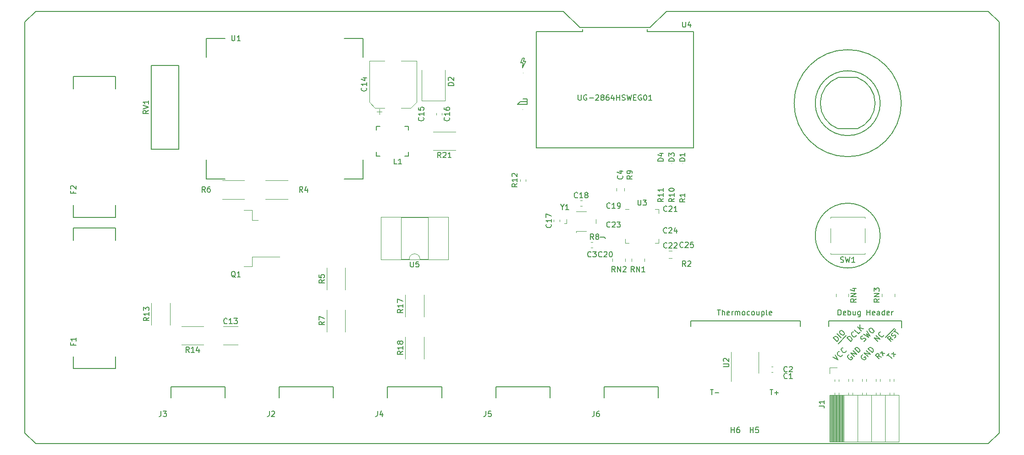
<source format=gbr>
G04 This is an RS-274x file exported by *
G04 gerbv version 2.7.0 *
G04 More information is available about gerbv at *
G04 http://gerbv.geda-project.org/ *
G04 --End of header info--*
%MOIN*%
%FSLAX36Y36*%
%IPPOS*%
G04 --Define apertures--*
%ADD10C,0.0059*%
%ADD11C,0.0039*%
%ADD12C,0.0047*%
G04 --Start main section--*
G54D10*
G01X9064961Y-2824803D02*
G75*
G02X9064961Y-2450787I0068898J0187008D01*
G01X9202756Y-2450787D02*
G75*
G02X9202756Y-2824803I-068898J-187008D01*
G01X9064961Y-2824803D02*
G01X9202756Y-2824803D01*
G01X9064961Y-2450787D02*
G01X9202756Y-2450787D01*
G01X9370079Y-2637795D02*
G75*
G03X9370079Y-2637795I-236220J0000000D01*
G01X6801181Y-2608268D02*
G01X6771654Y-2608268D01*
G01X6801181Y-2627953D02*
G01X6801181Y-2608268D01*
G01X6751969Y-2627953D02*
G01X6732283Y-2647638D01*
G01X6801181Y-2627953D02*
G01X6751969Y-2627953D01*
G01X6801181Y-2647638D02*
G01X6801181Y-2627953D01*
G01X6732283Y-2647638D02*
G01X6801181Y-2647638D01*
G01X7362205Y-3612205D02*
G01X7372047Y-3622047D01*
G01X7332677Y-3612205D02*
G01X7362205Y-3612205D01*
G01X8570304Y-4724691D02*
G01X8590551Y-4724691D01*
G01X8580427Y-4760124D02*
G01X8580427Y-4724691D01*
G01X8602362Y-4746625D02*
G01X8629359Y-4746625D01*
G01X8615861Y-4760124D02*
G01X8615861Y-4733127D01*
G01X8137233Y-4724691D02*
G01X8157480Y-4724691D01*
G01X8147357Y-4760124D02*
G01X8147357Y-4724691D01*
G01X8169291Y-4746625D02*
G01X8196288Y-4746625D01*
G01X8789370Y-4261811D02*
G01X8789370Y-4222441D01*
G01X7992126Y-4222441D02*
G01X8789370Y-4222441D01*
G01X7992126Y-4261811D02*
G01X7992126Y-4222441D01*
G01X8186164Y-4141826D02*
G01X8208661Y-4141826D01*
G01X8197413Y-4181196D02*
G01X8197413Y-4141826D01*
G01X8221785Y-4181196D02*
G01X8221785Y-4141826D01*
G01X8238658Y-4181196D02*
G01X8238658Y-4160574D01*
G01X8238658Y-4160574D02*
G01X8236783Y-4156824D01*
G01X8236783Y-4156824D02*
G01X8233033Y-4154949D01*
G01X8233033Y-4154949D02*
G01X8227409Y-4154949D01*
G01X8227409Y-4154949D02*
G01X8223660Y-4156824D01*
G01X8223660Y-4156824D02*
G01X8221785Y-4158699D01*
G01X8272403Y-4179321D02*
G01X8268654Y-4181196D01*
G01X8268654Y-4181196D02*
G01X8261155Y-4181196D01*
G01X8261155Y-4181196D02*
G01X8257405Y-4179321D01*
G01X8257405Y-4179321D02*
G01X8255531Y-4175572D01*
G01X8255531Y-4175572D02*
G01X8255531Y-4160574D01*
G01X8255531Y-4160574D02*
G01X8257405Y-4156824D01*
G01X8257405Y-4156824D02*
G01X8261155Y-4154949D01*
G01X8261155Y-4154949D02*
G01X8268654Y-4154949D01*
G01X8268654Y-4154949D02*
G01X8272403Y-4156824D01*
G01X8272403Y-4156824D02*
G01X8274278Y-4160574D01*
G01X8274278Y-4160574D02*
G01X8274278Y-4164323D01*
G01X8274278Y-4164323D02*
G01X8255531Y-4168073D01*
G01X8291151Y-4181196D02*
G01X8291151Y-4154949D01*
G01X8291151Y-4162448D02*
G01X8293026Y-4158699D01*
G01X8293026Y-4158699D02*
G01X8294901Y-4156824D01*
G01X8294901Y-4156824D02*
G01X8298650Y-4154949D01*
G01X8298650Y-4154949D02*
G01X8302400Y-4154949D01*
G01X8315523Y-4181196D02*
G01X8315523Y-4154949D01*
G01X8315523Y-4158699D02*
G01X8317398Y-4156824D01*
G01X8317398Y-4156824D02*
G01X8321147Y-4154949D01*
G01X8321147Y-4154949D02*
G01X8326772Y-4154949D01*
G01X8326772Y-4154949D02*
G01X8330521Y-4156824D01*
G01X8330521Y-4156824D02*
G01X8332396Y-4160574D01*
G01X8332396Y-4160574D02*
G01X8332396Y-4181196D01*
G01X8332396Y-4160574D02*
G01X8334271Y-4156824D01*
G01X8334271Y-4156824D02*
G01X8338020Y-4154949D01*
G01X8338020Y-4154949D02*
G01X8343645Y-4154949D01*
G01X8343645Y-4154949D02*
G01X8347394Y-4156824D01*
G01X8347394Y-4156824D02*
G01X8349269Y-4160574D01*
G01X8349269Y-4160574D02*
G01X8349269Y-4181196D01*
G01X8373641Y-4181196D02*
G01X8369891Y-4179321D01*
G01X8369891Y-4179321D02*
G01X8368016Y-4177447D01*
G01X8368016Y-4177447D02*
G01X8366142Y-4173697D01*
G01X8366142Y-4173697D02*
G01X8366142Y-4162448D01*
G01X8366142Y-4162448D02*
G01X8368016Y-4158699D01*
G01X8368016Y-4158699D02*
G01X8369891Y-4156824D01*
G01X8369891Y-4156824D02*
G01X8373641Y-4154949D01*
G01X8373641Y-4154949D02*
G01X8379265Y-4154949D01*
G01X8379265Y-4154949D02*
G01X8383015Y-4156824D01*
G01X8383015Y-4156824D02*
G01X8384889Y-4158699D01*
G01X8384889Y-4158699D02*
G01X8386764Y-4162448D01*
G01X8386764Y-4162448D02*
G01X8386764Y-4173697D01*
G01X8386764Y-4173697D02*
G01X8384889Y-4177447D01*
G01X8384889Y-4177447D02*
G01X8383015Y-4179321D01*
G01X8383015Y-4179321D02*
G01X8379265Y-4181196D01*
G01X8379265Y-4181196D02*
G01X8373641Y-4181196D01*
G01X8420510Y-4179321D02*
G01X8416760Y-4181196D01*
G01X8416760Y-4181196D02*
G01X8409261Y-4181196D01*
G01X8409261Y-4181196D02*
G01X8405512Y-4179321D01*
G01X8405512Y-4179321D02*
G01X8403637Y-4177447D01*
G01X8403637Y-4177447D02*
G01X8401762Y-4173697D01*
G01X8401762Y-4173697D02*
G01X8401762Y-4162448D01*
G01X8401762Y-4162448D02*
G01X8403637Y-4158699D01*
G01X8403637Y-4158699D02*
G01X8405512Y-4156824D01*
G01X8405512Y-4156824D02*
G01X8409261Y-4154949D01*
G01X8409261Y-4154949D02*
G01X8416760Y-4154949D01*
G01X8416760Y-4154949D02*
G01X8420510Y-4156824D01*
G01X8443007Y-4181196D02*
G01X8439258Y-4179321D01*
G01X8439258Y-4179321D02*
G01X8437383Y-4177447D01*
G01X8437383Y-4177447D02*
G01X8435508Y-4173697D01*
G01X8435508Y-4173697D02*
G01X8435508Y-4162448D01*
G01X8435508Y-4162448D02*
G01X8437383Y-4158699D01*
G01X8437383Y-4158699D02*
G01X8439258Y-4156824D01*
G01X8439258Y-4156824D02*
G01X8443007Y-4154949D01*
G01X8443007Y-4154949D02*
G01X8448631Y-4154949D01*
G01X8448631Y-4154949D02*
G01X8452381Y-4156824D01*
G01X8452381Y-4156824D02*
G01X8454256Y-4158699D01*
G01X8454256Y-4158699D02*
G01X8456130Y-4162448D01*
G01X8456130Y-4162448D02*
G01X8456130Y-4173697D01*
G01X8456130Y-4173697D02*
G01X8454256Y-4177447D01*
G01X8454256Y-4177447D02*
G01X8452381Y-4179321D01*
G01X8452381Y-4179321D02*
G01X8448631Y-4181196D01*
G01X8448631Y-4181196D02*
G01X8443007Y-4181196D01*
G01X8489876Y-4154949D02*
G01X8489876Y-4181196D01*
G01X8473003Y-4154949D02*
G01X8473003Y-4175572D01*
G01X8473003Y-4175572D02*
G01X8474878Y-4179321D01*
G01X8474878Y-4179321D02*
G01X8478628Y-4181196D01*
G01X8478628Y-4181196D02*
G01X8484252Y-4181196D01*
G01X8484252Y-4181196D02*
G01X8488001Y-4179321D01*
G01X8488001Y-4179321D02*
G01X8489876Y-4177447D01*
G01X8508624Y-4154949D02*
G01X8508624Y-4194319D01*
G01X8508624Y-4156824D02*
G01X8512373Y-4154949D01*
G01X8512373Y-4154949D02*
G01X8519872Y-4154949D01*
G01X8519872Y-4154949D02*
G01X8523622Y-4156824D01*
G01X8523622Y-4156824D02*
G01X8525497Y-4158699D01*
G01X8525497Y-4158699D02*
G01X8527372Y-4162448D01*
G01X8527372Y-4162448D02*
G01X8527372Y-4173697D01*
G01X8527372Y-4173697D02*
G01X8525497Y-4177447D01*
G01X8525497Y-4177447D02*
G01X8523622Y-4179321D01*
G01X8523622Y-4179321D02*
G01X8519872Y-4181196D01*
G01X8519872Y-4181196D02*
G01X8512373Y-4181196D01*
G01X8512373Y-4181196D02*
G01X8508624Y-4179321D01*
G01X8549869Y-4181196D02*
G01X8546119Y-4179321D01*
G01X8546119Y-4179321D02*
G01X8544244Y-4175572D01*
G01X8544244Y-4175572D02*
G01X8544244Y-4141826D01*
G01X8579865Y-4179321D02*
G01X8576115Y-4181196D01*
G01X8576115Y-4181196D02*
G01X8568616Y-4181196D01*
G01X8568616Y-4181196D02*
G01X8564867Y-4179321D01*
G01X8564867Y-4179321D02*
G01X8562992Y-4175572D01*
G01X8562992Y-4175572D02*
G01X8562992Y-4160574D01*
G01X8562992Y-4160574D02*
G01X8564867Y-4156824D01*
G01X8564867Y-4156824D02*
G01X8568616Y-4154949D01*
G01X8568616Y-4154949D02*
G01X8576115Y-4154949D01*
G01X8576115Y-4154949D02*
G01X8579865Y-4156824D01*
G01X8579865Y-4156824D02*
G01X8581740Y-4160574D01*
G01X8581740Y-4160574D02*
G01X8581740Y-4164323D01*
G01X8581740Y-4164323D02*
G01X8562992Y-4168073D01*
G01X9064961Y-4389764D02*
G01X9124016Y-4330709D01*
G01X9527559Y-4222441D02*
G01X9527559Y-4271654D01*
G01X8996063Y-4222441D02*
G01X9527559Y-4222441D01*
G01X8996063Y-4261811D02*
G01X8996063Y-4222441D01*
G01X9419254Y-4477421D02*
G01X9435162Y-4461513D01*
G01X9455047Y-4497306D02*
G01X9427208Y-4469467D01*
G01X9469629Y-4482723D02*
G01X9465652Y-4449582D01*
G01X9451070Y-4464164D02*
G01X9484212Y-4468141D01*
G01X9378395Y-4485375D02*
G01X9355859Y-4481398D01*
G01X9362488Y-4501283D02*
G01X9334649Y-4473444D01*
G01X9334649Y-4473444D02*
G01X9345254Y-4462839D01*
G01X9345254Y-4462839D02*
G01X9349231Y-4461513D01*
G01X9349231Y-4461513D02*
G01X9351882Y-4461513D01*
G01X9351882Y-4461513D02*
G01X9355859Y-4462839D01*
G01X9355859Y-4462839D02*
G01X9359836Y-4466816D01*
G01X9359836Y-4466816D02*
G01X9361162Y-4470792D01*
G01X9361162Y-4470792D02*
G01X9361162Y-4473444D01*
G01X9361162Y-4473444D02*
G01X9359836Y-4477421D01*
G01X9359836Y-4477421D02*
G01X9349231Y-4488026D01*
G01X9387675Y-4476095D02*
G01X9383698Y-4442954D01*
G01X9369116Y-4457536D02*
G01X9402257Y-4461513D01*
G01X9370079Y-3602362D02*
G75*
G03X9370079Y-3602362I-236220J0000000D01*
G01X9523602Y-2637795D02*
G75*
G03X9523602Y-2637795I-389744J0000000D01*
G01X7814961Y-1968504D02*
G01X10157480Y-1968504D01*
G01X10157480Y-1968504D02*
G01X10236220Y-2047244D01*
G01X6791339Y-2332677D02*
G01X6767717Y-2379921D01*
G01X6771654Y-2344488D02*
G01X6767717Y-2379921D01*
G01X6755906Y-2344488D02*
G01X6771654Y-2344488D01*
G01X6767717Y-2309055D02*
G01X6755906Y-2344488D01*
G01X6775591Y-2332677D02*
G01X6791339Y-2332677D01*
G01X6783465Y-2309055D02*
G01X6775591Y-2332677D01*
G01X6767717Y-2309055D02*
G01X6783465Y-2309055D01*
G01X3228346Y-5118110D02*
G01X10157480Y-5118110D01*
G01X7696850Y-2086614D02*
G01X7814961Y-1968504D01*
G01X7185039Y-2086614D02*
G01X7696850Y-2086614D01*
G01X7066929Y-1968504D02*
G01X7185039Y-2086614D01*
G01X9064023Y-4181196D02*
G01X9064023Y-4141826D01*
G01X9064023Y-4141826D02*
G01X9073397Y-4141826D01*
G01X9073397Y-4141826D02*
G01X9079021Y-4143701D01*
G01X9079021Y-4143701D02*
G01X9082771Y-4147450D01*
G01X9082771Y-4147450D02*
G01X9084646Y-4151200D01*
G01X9084646Y-4151200D02*
G01X9086520Y-4158699D01*
G01X9086520Y-4158699D02*
G01X9086520Y-4164323D01*
G01X9086520Y-4164323D02*
G01X9084646Y-4171822D01*
G01X9084646Y-4171822D02*
G01X9082771Y-4175572D01*
G01X9082771Y-4175572D02*
G01X9079021Y-4179321D01*
G01X9079021Y-4179321D02*
G01X9073397Y-4181196D01*
G01X9073397Y-4181196D02*
G01X9064023Y-4181196D01*
G01X9118391Y-4179321D02*
G01X9114642Y-4181196D01*
G01X9114642Y-4181196D02*
G01X9107143Y-4181196D01*
G01X9107143Y-4181196D02*
G01X9103393Y-4179321D01*
G01X9103393Y-4179321D02*
G01X9101519Y-4175572D01*
G01X9101519Y-4175572D02*
G01X9101519Y-4160574D01*
G01X9101519Y-4160574D02*
G01X9103393Y-4156824D01*
G01X9103393Y-4156824D02*
G01X9107143Y-4154949D01*
G01X9107143Y-4154949D02*
G01X9114642Y-4154949D01*
G01X9114642Y-4154949D02*
G01X9118391Y-4156824D01*
G01X9118391Y-4156824D02*
G01X9120266Y-4160574D01*
G01X9120266Y-4160574D02*
G01X9120266Y-4164323D01*
G01X9120266Y-4164323D02*
G01X9101519Y-4168073D01*
G01X9137139Y-4181196D02*
G01X9137139Y-4141826D01*
G01X9137139Y-4156824D02*
G01X9140889Y-4154949D01*
G01X9140889Y-4154949D02*
G01X9148388Y-4154949D01*
G01X9148388Y-4154949D02*
G01X9152137Y-4156824D01*
G01X9152137Y-4156824D02*
G01X9154012Y-4158699D01*
G01X9154012Y-4158699D02*
G01X9155887Y-4162448D01*
G01X9155887Y-4162448D02*
G01X9155887Y-4173697D01*
G01X9155887Y-4173697D02*
G01X9154012Y-4177447D01*
G01X9154012Y-4177447D02*
G01X9152137Y-4179321D01*
G01X9152137Y-4179321D02*
G01X9148388Y-4181196D01*
G01X9148388Y-4181196D02*
G01X9140889Y-4181196D01*
G01X9140889Y-4181196D02*
G01X9137139Y-4179321D01*
G01X9189633Y-4154949D02*
G01X9189633Y-4181196D01*
G01X9172760Y-4154949D02*
G01X9172760Y-4175572D01*
G01X9172760Y-4175572D02*
G01X9174634Y-4179321D01*
G01X9174634Y-4179321D02*
G01X9178384Y-4181196D01*
G01X9178384Y-4181196D02*
G01X9184008Y-4181196D01*
G01X9184008Y-4181196D02*
G01X9187758Y-4179321D01*
G01X9187758Y-4179321D02*
G01X9189633Y-4177447D01*
G01X9225253Y-4154949D02*
G01X9225253Y-4186820D01*
G01X9225253Y-4186820D02*
G01X9223378Y-4190570D01*
G01X9223378Y-4190570D02*
G01X9221504Y-4192445D01*
G01X9221504Y-4192445D02*
G01X9217754Y-4194319D01*
G01X9217754Y-4194319D02*
G01X9212130Y-4194319D01*
G01X9212130Y-4194319D02*
G01X9208380Y-4192445D01*
G01X9225253Y-4179321D02*
G01X9221504Y-4181196D01*
G01X9221504Y-4181196D02*
G01X9214004Y-4181196D01*
G01X9214004Y-4181196D02*
G01X9210255Y-4179321D01*
G01X9210255Y-4179321D02*
G01X9208380Y-4177447D01*
G01X9208380Y-4177447D02*
G01X9206505Y-4173697D01*
G01X9206505Y-4173697D02*
G01X9206505Y-4162448D01*
G01X9206505Y-4162448D02*
G01X9208380Y-4158699D01*
G01X9208380Y-4158699D02*
G01X9210255Y-4156824D01*
G01X9210255Y-4156824D02*
G01X9214004Y-4154949D01*
G01X9214004Y-4154949D02*
G01X9221504Y-4154949D01*
G01X9221504Y-4154949D02*
G01X9225253Y-4156824D01*
G01X9273997Y-4181196D02*
G01X9273997Y-4141826D01*
G01X9273997Y-4160574D02*
G01X9296494Y-4160574D01*
G01X9296494Y-4181196D02*
G01X9296494Y-4141826D01*
G01X9330240Y-4179321D02*
G01X9326490Y-4181196D01*
G01X9326490Y-4181196D02*
G01X9318991Y-4181196D01*
G01X9318991Y-4181196D02*
G01X9315242Y-4179321D01*
G01X9315242Y-4179321D02*
G01X9313367Y-4175572D01*
G01X9313367Y-4175572D02*
G01X9313367Y-4160574D01*
G01X9313367Y-4160574D02*
G01X9315242Y-4156824D01*
G01X9315242Y-4156824D02*
G01X9318991Y-4154949D01*
G01X9318991Y-4154949D02*
G01X9326490Y-4154949D01*
G01X9326490Y-4154949D02*
G01X9330240Y-4156824D01*
G01X9330240Y-4156824D02*
G01X9332115Y-4160574D01*
G01X9332115Y-4160574D02*
G01X9332115Y-4164323D01*
G01X9332115Y-4164323D02*
G01X9313367Y-4168073D01*
G01X9365861Y-4181196D02*
G01X9365861Y-4160574D01*
G01X9365861Y-4160574D02*
G01X9363986Y-4156824D01*
G01X9363986Y-4156824D02*
G01X9360236Y-4154949D01*
G01X9360236Y-4154949D02*
G01X9352737Y-4154949D01*
G01X9352737Y-4154949D02*
G01X9348988Y-4156824D01*
G01X9365861Y-4179321D02*
G01X9362111Y-4181196D01*
G01X9362111Y-4181196D02*
G01X9352737Y-4181196D01*
G01X9352737Y-4181196D02*
G01X9348988Y-4179321D01*
G01X9348988Y-4179321D02*
G01X9347113Y-4175572D01*
G01X9347113Y-4175572D02*
G01X9347113Y-4171822D01*
G01X9347113Y-4171822D02*
G01X9348988Y-4168073D01*
G01X9348988Y-4168073D02*
G01X9352737Y-4166198D01*
G01X9352737Y-4166198D02*
G01X9362111Y-4166198D01*
G01X9362111Y-4166198D02*
G01X9365861Y-4164323D01*
G01X9401481Y-4181196D02*
G01X9401481Y-4141826D01*
G01X9401481Y-4179321D02*
G01X9397731Y-4181196D01*
G01X9397731Y-4181196D02*
G01X9390232Y-4181196D01*
G01X9390232Y-4181196D02*
G01X9386483Y-4179321D01*
G01X9386483Y-4179321D02*
G01X9384608Y-4177447D01*
G01X9384608Y-4177447D02*
G01X9382733Y-4173697D01*
G01X9382733Y-4173697D02*
G01X9382733Y-4162448D01*
G01X9382733Y-4162448D02*
G01X9384608Y-4158699D01*
G01X9384608Y-4158699D02*
G01X9386483Y-4156824D01*
G01X9386483Y-4156824D02*
G01X9390232Y-4154949D01*
G01X9390232Y-4154949D02*
G01X9397731Y-4154949D01*
G01X9397731Y-4154949D02*
G01X9401481Y-4156824D01*
G01X9435227Y-4179321D02*
G01X9431477Y-4181196D01*
G01X9431477Y-4181196D02*
G01X9423978Y-4181196D01*
G01X9423978Y-4181196D02*
G01X9420229Y-4179321D01*
G01X9420229Y-4179321D02*
G01X9418354Y-4175572D01*
G01X9418354Y-4175572D02*
G01X9418354Y-4160574D01*
G01X9418354Y-4160574D02*
G01X9420229Y-4156824D01*
G01X9420229Y-4156824D02*
G01X9423978Y-4154949D01*
G01X9423978Y-4154949D02*
G01X9431477Y-4154949D01*
G01X9431477Y-4154949D02*
G01X9435227Y-4156824D01*
G01X9435227Y-4156824D02*
G01X9437102Y-4160574D01*
G01X9437102Y-4160574D02*
G01X9437102Y-4164323D01*
G01X9437102Y-4164323D02*
G01X9418354Y-4168073D01*
G01X9453974Y-4181196D02*
G01X9453974Y-4154949D01*
G01X9453974Y-4162448D02*
G01X9455849Y-4158699D01*
G01X9455849Y-4158699D02*
G01X9457724Y-4156824D01*
G01X9457724Y-4156824D02*
G01X9461474Y-4154949D01*
G01X9461474Y-4154949D02*
G01X9465223Y-4154949D01*
G01X9408380Y-4343896D02*
G01X9433435Y-4318841D01*
G01X9463465Y-4358416D02*
G01X9443183Y-4354837D01*
G01X9449148Y-4372733D02*
G01X9424093Y-4347678D01*
G01X9424093Y-4347678D02*
G01X9433638Y-4338134D01*
G01X9433638Y-4338134D02*
G01X9437217Y-4336941D01*
G01X9437217Y-4336941D02*
G01X9439603Y-4336941D01*
G01X9439603Y-4336941D02*
G01X9443183Y-4338134D01*
G01X9443183Y-4338134D02*
G01X9446762Y-4341713D01*
G01X9446762Y-4341713D02*
G01X9447955Y-4345292D01*
G01X9447955Y-4345292D02*
G01X9447955Y-4347678D01*
G01X9447955Y-4347678D02*
G01X9446762Y-4351258D01*
G01X9446762Y-4351258D02*
G01X9437217Y-4360802D01*
G01X9433435Y-4318841D02*
G01X9457297Y-4294979D01*
G01X9471817Y-4347678D02*
G01X9476589Y-4345292D01*
G01X9476589Y-4345292D02*
G01X9482555Y-4339327D01*
G01X9482555Y-4339327D02*
G01X9483748Y-4335747D01*
G01X9483748Y-4335747D02*
G01X9483748Y-4333361D01*
G01X9483748Y-4333361D02*
G01X9482555Y-4329782D01*
G01X9482555Y-4329782D02*
G01X9480168Y-4327396D01*
G01X9480168Y-4327396D02*
G01X9476589Y-4326203D01*
G01X9476589Y-4326203D02*
G01X9474203Y-4326203D01*
G01X9474203Y-4326203D02*
G01X9470624Y-4327396D01*
G01X9470624Y-4327396D02*
G01X9464658Y-4330975D01*
G01X9464658Y-4330975D02*
G01X9461079Y-4332168D01*
G01X9461079Y-4332168D02*
G01X9458693Y-4332168D01*
G01X9458693Y-4332168D02*
G01X9455113Y-4330975D01*
G01X9455113Y-4330975D02*
G01X9452727Y-4328589D01*
G01X9452727Y-4328589D02*
G01X9451534Y-4325010D01*
G01X9451534Y-4325010D02*
G01X9451534Y-4322623D01*
G01X9451534Y-4322623D02*
G01X9452727Y-4319044D01*
G01X9452727Y-4319044D02*
G01X9458693Y-4313079D01*
G01X9458693Y-4313079D02*
G01X9463465Y-4310692D01*
G01X9457297Y-4294979D02*
G01X9476386Y-4275890D01*
G01X9469431Y-4302341D02*
G01X9483748Y-4288024D01*
G01X9501644Y-4320237D02*
G01X9476589Y-4295182D01*
G01X9352645Y-4373330D02*
G01X9324806Y-4345491D01*
G01X9324806Y-4345491D02*
G01X9368553Y-4357422D01*
G01X9368553Y-4357422D02*
G01X9340714Y-4329583D01*
G01X9395066Y-4325606D02*
G01X9395066Y-4328257D01*
G01X9395066Y-4328257D02*
G01X9392415Y-4333560D01*
G01X9392415Y-4333560D02*
G01X9389763Y-4336211D01*
G01X9389763Y-4336211D02*
G01X9384461Y-4338863D01*
G01X9384461Y-4338863D02*
G01X9379158Y-4338863D01*
G01X9379158Y-4338863D02*
G01X9375181Y-4337537D01*
G01X9375181Y-4337537D02*
G01X9368553Y-4333560D01*
G01X9368553Y-4333560D02*
G01X9364576Y-4329583D01*
G01X9364576Y-4329583D02*
G01X9360599Y-4322955D01*
G01X9360599Y-4322955D02*
G01X9359273Y-4318978D01*
G01X9359273Y-4318978D02*
G01X9359273Y-4313675D01*
G01X9359273Y-4313675D02*
G01X9361925Y-4308373D01*
G01X9361925Y-4308373D02*
G01X9364576Y-4305721D01*
G01X9364576Y-4305721D02*
G01X9369879Y-4303070D01*
G01X9369879Y-4303070D02*
G01X9372530Y-4303070D01*
G01X9251568Y-4373330D02*
G01X9256871Y-4370679D01*
G01X9256871Y-4370679D02*
G01X9263499Y-4364050D01*
G01X9263499Y-4364050D02*
G01X9264825Y-4360073D01*
G01X9264825Y-4360073D02*
G01X9264825Y-4357422D01*
G01X9264825Y-4357422D02*
G01X9263499Y-4353445D01*
G01X9263499Y-4353445D02*
G01X9260848Y-4350794D01*
G01X9260848Y-4350794D02*
G01X9256871Y-4349468D01*
G01X9256871Y-4349468D02*
G01X9254220Y-4349468D01*
G01X9254220Y-4349468D02*
G01X9250243Y-4350794D01*
G01X9250243Y-4350794D02*
G01X9243615Y-4354771D01*
G01X9243615Y-4354771D02*
G01X9239638Y-4356096D01*
G01X9239638Y-4356096D02*
G01X9236986Y-4356096D01*
G01X9236986Y-4356096D02*
G01X9233009Y-4354771D01*
G01X9233009Y-4354771D02*
G01X9230358Y-4352119D01*
G01X9230358Y-4352119D02*
G01X9229032Y-4348142D01*
G01X9229032Y-4348142D02*
G01X9229032Y-4345491D01*
G01X9229032Y-4345491D02*
G01X9230358Y-4341514D01*
G01X9230358Y-4341514D02*
G01X9236986Y-4334886D01*
G01X9236986Y-4334886D02*
G01X9242289Y-4332234D01*
G01X9250243Y-4321629D02*
G01X9284710Y-4342840D01*
G01X9284710Y-4342840D02*
G01X9270128Y-4317652D01*
G01X9270128Y-4317652D02*
G01X9295315Y-4332234D01*
G01X9295315Y-4332234D02*
G01X9274105Y-4297767D01*
G01X9290013Y-4281859D02*
G01X9295315Y-4276557D01*
G01X9295315Y-4276557D02*
G01X9299292Y-4275231D01*
G01X9299292Y-4275231D02*
G01X9304595Y-4275231D01*
G01X9304595Y-4275231D02*
G01X9311223Y-4279208D01*
G01X9311223Y-4279208D02*
G01X9320503Y-4288488D01*
G01X9320503Y-4288488D02*
G01X9324480Y-4295116D01*
G01X9324480Y-4295116D02*
G01X9324480Y-4300419D01*
G01X9324480Y-4300419D02*
G01X9323154Y-4304396D01*
G01X9323154Y-4304396D02*
G01X9317851Y-4309698D01*
G01X9317851Y-4309698D02*
G01X9313874Y-4311024D01*
G01X9313874Y-4311024D02*
G01X9308572Y-4311024D01*
G01X9308572Y-4311024D02*
G01X9301944Y-4307047D01*
G01X9301944Y-4307047D02*
G01X9292664Y-4297767D01*
G01X9292664Y-4297767D02*
G01X9288687Y-4291139D01*
G01X9288687Y-4291139D02*
G01X9288687Y-4285836D01*
G01X9288687Y-4285836D02*
G01X9290013Y-4281859D01*
G01X9242289Y-4470030D02*
G01X9238312Y-4471355D01*
G01X9238312Y-4471355D02*
G01X9234335Y-4475332D01*
G01X9234335Y-4475332D02*
G01X9231684Y-4480635D01*
G01X9231684Y-4480635D02*
G01X9231684Y-4485938D01*
G01X9231684Y-4485938D02*
G01X9233009Y-4489915D01*
G01X9233009Y-4489915D02*
G01X9236986Y-4496543D01*
G01X9236986Y-4496543D02*
G01X9240963Y-4500520D01*
G01X9240963Y-4500520D02*
G01X9247591Y-4504497D01*
G01X9247591Y-4504497D02*
G01X9251568Y-4505823D01*
G01X9251568Y-4505823D02*
G01X9256871Y-4505823D01*
G01X9256871Y-4505823D02*
G01X9262174Y-4503171D01*
G01X9262174Y-4503171D02*
G01X9264825Y-4500520D01*
G01X9264825Y-4500520D02*
G01X9267476Y-4495217D01*
G01X9267476Y-4495217D02*
G01X9267476Y-4492566D01*
G01X9267476Y-4492566D02*
G01X9258197Y-4483286D01*
G01X9258197Y-4483286D02*
G01X9252894Y-4488589D01*
G01X9282059Y-4483286D02*
G01X9254220Y-4455447D01*
G01X9254220Y-4455447D02*
G01X9297967Y-4467378D01*
G01X9297967Y-4467378D02*
G01X9270128Y-4439540D01*
G01X9311223Y-4454122D02*
G01X9283384Y-4426283D01*
G01X9283384Y-4426283D02*
G01X9290013Y-4419655D01*
G01X9290013Y-4419655D02*
G01X9295315Y-4417003D01*
G01X9295315Y-4417003D02*
G01X9300618Y-4417003D01*
G01X9300618Y-4417003D02*
G01X9304595Y-4418329D01*
G01X9304595Y-4418329D02*
G01X9311223Y-4422306D01*
G01X9311223Y-4422306D02*
G01X9315200Y-4426283D01*
G01X9315200Y-4426283D02*
G01X9319177Y-4432911D01*
G01X9319177Y-4432911D02*
G01X9320503Y-4436888D01*
G01X9320503Y-4436888D02*
G01X9320503Y-4442191D01*
G01X9320503Y-4442191D02*
G01X9317851Y-4447494D01*
G01X9317851Y-4447494D02*
G01X9311223Y-4454122D01*
G01X9155795Y-4373330D02*
G01X9127956Y-4345491D01*
G01X9127956Y-4345491D02*
G01X9134584Y-4338863D01*
G01X9134584Y-4338863D02*
G01X9139887Y-4336211D01*
G01X9139887Y-4336211D02*
G01X9145189Y-4336211D01*
G01X9145189Y-4336211D02*
G01X9149166Y-4337537D01*
G01X9149166Y-4337537D02*
G01X9155795Y-4341514D01*
G01X9155795Y-4341514D02*
G01X9159772Y-4345491D01*
G01X9159772Y-4345491D02*
G01X9163749Y-4352119D01*
G01X9163749Y-4352119D02*
G01X9165074Y-4356096D01*
G01X9165074Y-4356096D02*
G01X9165074Y-4361399D01*
G01X9165074Y-4361399D02*
G01X9162423Y-4366702D01*
G01X9162423Y-4366702D02*
G01X9155795Y-4373330D01*
G01X9196890Y-4326932D02*
G01X9196890Y-4329583D01*
G01X9196890Y-4329583D02*
G01X9194239Y-4334886D01*
G01X9194239Y-4334886D02*
G01X9191587Y-4337537D01*
G01X9191587Y-4337537D02*
G01X9186285Y-4340188D01*
G01X9186285Y-4340188D02*
G01X9180982Y-4340188D01*
G01X9180982Y-4340188D02*
G01X9177005Y-4338863D01*
G01X9177005Y-4338863D02*
G01X9170377Y-4334886D01*
G01X9170377Y-4334886D02*
G01X9166400Y-4330909D01*
G01X9166400Y-4330909D02*
G01X9162423Y-4324281D01*
G01X9162423Y-4324281D02*
G01X9161097Y-4320304D01*
G01X9161097Y-4320304D02*
G01X9161097Y-4315001D01*
G01X9161097Y-4315001D02*
G01X9163749Y-4309698D01*
G01X9163749Y-4309698D02*
G01X9166400Y-4307047D01*
G01X9166400Y-4307047D02*
G01X9171703Y-4304396D01*
G01X9171703Y-4304396D02*
G01X9174354Y-4304396D01*
G01X9224729Y-4304396D02*
G01X9211472Y-4317652D01*
G01X9211472Y-4317652D02*
G01X9183633Y-4289813D01*
G01X9234009Y-4295116D02*
G01X9206170Y-4267277D01*
G01X9249916Y-4279208D02*
G01X9222078Y-4275231D01*
G01X9222078Y-4251369D02*
G01X9222078Y-4283185D01*
G01X9143864Y-4470030D02*
G01X9139887Y-4471355D01*
G01X9139887Y-4471355D02*
G01X9135910Y-4475332D01*
G01X9135910Y-4475332D02*
G01X9133258Y-4480635D01*
G01X9133258Y-4480635D02*
G01X9133258Y-4485938D01*
G01X9133258Y-4485938D02*
G01X9134584Y-4489915D01*
G01X9134584Y-4489915D02*
G01X9138561Y-4496543D01*
G01X9138561Y-4496543D02*
G01X9142538Y-4500520D01*
G01X9142538Y-4500520D02*
G01X9149166Y-4504497D01*
G01X9149166Y-4504497D02*
G01X9153143Y-4505823D01*
G01X9153143Y-4505823D02*
G01X9158446Y-4505823D01*
G01X9158446Y-4505823D02*
G01X9163749Y-4503171D01*
G01X9163749Y-4503171D02*
G01X9166400Y-4500520D01*
G01X9166400Y-4500520D02*
G01X9169051Y-4495217D01*
G01X9169051Y-4495217D02*
G01X9169051Y-4492566D01*
G01X9169051Y-4492566D02*
G01X9159772Y-4483286D01*
G01X9159772Y-4483286D02*
G01X9154469Y-4488589D01*
G01X9183633Y-4483286D02*
G01X9155795Y-4455447D01*
G01X9155795Y-4455447D02*
G01X9199541Y-4467378D01*
G01X9199541Y-4467378D02*
G01X9171703Y-4439540D01*
G01X9212798Y-4454122D02*
G01X9184959Y-4426283D01*
G01X9184959Y-4426283D02*
G01X9191587Y-4419655D01*
G01X9191587Y-4419655D02*
G01X9196890Y-4417003D01*
G01X9196890Y-4417003D02*
G01X9202193Y-4417003D01*
G01X9202193Y-4417003D02*
G01X9206170Y-4418329D01*
G01X9206170Y-4418329D02*
G01X9212798Y-4422306D01*
G01X9212798Y-4422306D02*
G01X9216775Y-4426283D01*
G01X9216775Y-4426283D02*
G01X9220752Y-4432911D01*
G01X9220752Y-4432911D02*
G01X9222078Y-4436888D01*
G01X9222078Y-4436888D02*
G01X9222078Y-4442191D01*
G01X9222078Y-4442191D02*
G01X9219426Y-4447494D01*
G01X9219426Y-4447494D02*
G01X9212798Y-4454122D01*
G01X9057369Y-4373330D02*
G01X9029531Y-4345491D01*
G01X9029531Y-4345491D02*
G01X9036159Y-4338863D01*
G01X9036159Y-4338863D02*
G01X9041461Y-4336211D01*
G01X9041461Y-4336211D02*
G01X9046764Y-4336211D01*
G01X9046764Y-4336211D02*
G01X9050741Y-4337537D01*
G01X9050741Y-4337537D02*
G01X9057369Y-4341514D01*
G01X9057369Y-4341514D02*
G01X9061346Y-4345491D01*
G01X9061346Y-4345491D02*
G01X9065323Y-4352119D01*
G01X9065323Y-4352119D02*
G01X9066649Y-4356096D01*
G01X9066649Y-4356096D02*
G01X9066649Y-4361399D01*
G01X9066649Y-4361399D02*
G01X9063998Y-4366702D01*
G01X9063998Y-4366702D02*
G01X9057369Y-4373330D01*
G01X9085208Y-4345491D02*
G01X9057369Y-4317652D01*
G01X9075929Y-4299093D02*
G01X9081231Y-4293790D01*
G01X9081231Y-4293790D02*
G01X9085208Y-4292465D01*
G01X9085208Y-4292465D02*
G01X9090511Y-4292465D01*
G01X9090511Y-4292465D02*
G01X9097139Y-4296442D01*
G01X9097139Y-4296442D02*
G01X9106419Y-4305721D01*
G01X9106419Y-4305721D02*
G01X9110396Y-4312350D01*
G01X9110396Y-4312350D02*
G01X9110396Y-4317652D01*
G01X9110396Y-4317652D02*
G01X9109070Y-4321629D01*
G01X9109070Y-4321629D02*
G01X9103767Y-4326932D01*
G01X9103767Y-4326932D02*
G01X9099791Y-4328257D01*
G01X9099791Y-4328257D02*
G01X9094488Y-4328257D01*
G01X9094488Y-4328257D02*
G01X9087860Y-4324281D01*
G01X9087860Y-4324281D02*
G01X9078580Y-4315001D01*
G01X9078580Y-4315001D02*
G01X9074603Y-4308373D01*
G01X9074603Y-4308373D02*
G01X9074603Y-4303070D01*
G01X9074603Y-4303070D02*
G01X9075929Y-4299093D01*
G01X9025554Y-4487263D02*
G01X9062672Y-4505823D01*
G01X9062672Y-4505823D02*
G01X9044113Y-4468704D01*
G01X9094488Y-4468704D02*
G01X9094488Y-4471355D01*
G01X9094488Y-4471355D02*
G01X9091837Y-4476658D01*
G01X9091837Y-4476658D02*
G01X9089185Y-4479309D01*
G01X9089185Y-4479309D02*
G01X9083883Y-4481961D01*
G01X9083883Y-4481961D02*
G01X9078580Y-4481961D01*
G01X9078580Y-4481961D02*
G01X9074603Y-4480635D01*
G01X9074603Y-4480635D02*
G01X9067975Y-4476658D01*
G01X9067975Y-4476658D02*
G01X9063998Y-4472681D01*
G01X9063998Y-4472681D02*
G01X9060021Y-4466053D01*
G01X9060021Y-4466053D02*
G01X9058695Y-4462076D01*
G01X9058695Y-4462076D02*
G01X9058695Y-4456773D01*
G01X9058695Y-4456773D02*
G01X9061346Y-4451471D01*
G01X9061346Y-4451471D02*
G01X9063998Y-4448819D01*
G01X9063998Y-4448819D02*
G01X9069300Y-4446168D01*
G01X9069300Y-4446168D02*
G01X9071952Y-4446168D01*
G01X9122327Y-4440865D02*
G01X9122327Y-4443517D01*
G01X9122327Y-4443517D02*
G01X9119675Y-4448819D01*
G01X9119675Y-4448819D02*
G01X9117024Y-4451471D01*
G01X9117024Y-4451471D02*
G01X9111721Y-4454122D01*
G01X9111721Y-4454122D02*
G01X9106419Y-4454122D01*
G01X9106419Y-4454122D02*
G01X9102442Y-4452796D01*
G01X9102442Y-4452796D02*
G01X9095814Y-4448819D01*
G01X9095814Y-4448819D02*
G01X9091837Y-4444842D01*
G01X9091837Y-4444842D02*
G01X9087860Y-4438214D01*
G01X9087860Y-4438214D02*
G01X9086534Y-4434237D01*
G01X9086534Y-4434237D02*
G01X9086534Y-4428934D01*
G01X9086534Y-4428934D02*
G01X9089185Y-4423632D01*
G01X9089185Y-4423632D02*
G01X9091837Y-4420980D01*
G01X9091837Y-4420980D02*
G01X9097139Y-4418329D01*
G01X9097139Y-4418329D02*
G01X9099791Y-4418329D01*
G01X3149606Y-5039370D02*
G01X3228346Y-5118110D01*
G01X10236220Y-5039370D02*
G01X10157480Y-5118110D01*
G01X3228346Y-1968504D02*
G01X3149606Y-2047244D01*
G01X7066929Y-1968504D02*
G01X3228346Y-1968504D01*
G01X10236220Y-5039370D02*
G01X10236220Y-2047244D01*
G01X3149606Y-2047244D02*
G01X3149606Y-5039370D01*
G54D11*
G01X6773622Y-2683465D02*
G75*
G03X6773622Y-2683465I-001969J0000000D01*
G01X6773622Y-2417717D02*
G75*
G03X6773622Y-2417717I-001969J0000000D01*
G01X7777559Y-3076575D02*
G75*
G03X7777559Y-3076575I-001969J0000000D01*
G01X7856299Y-3077756D02*
G75*
G03X7856299Y-3077756I-001969J0000000D01*
G54D12*
G01X9009843Y-3653543D02*
G01X9009843Y-3551181D01*
G01X9257874Y-3466535D02*
G01X9257874Y-3476378D01*
G01X9009843Y-3466535D02*
G01X9257874Y-3466535D01*
G01X9009843Y-3476378D02*
G01X9009843Y-3466535D01*
G01X9257874Y-3551181D02*
G01X9257874Y-3653543D01*
G01X9009843Y-3738189D02*
G01X9009843Y-3728346D01*
G01X9257874Y-3738189D02*
G01X9009843Y-3738189D01*
G01X9257874Y-3728346D02*
G01X9257874Y-3738189D01*
G01X6791732Y-3205228D02*
G01X6791732Y-3192410D01*
G01X6751575Y-3205228D02*
G01X6751575Y-3192410D01*
G01X7834308Y-3768110D02*
G01X7854668Y-3768110D01*
G01X7834308Y-3712205D02*
G01X7854668Y-3712205D01*
G01X9048031Y-4045276D02*
G01X9048031Y-4025591D01*
G01X9140945Y-4045276D02*
G01X9140945Y-4025591D01*
G01X9475591Y-4025591D02*
G01X9475591Y-4045276D01*
G01X9382677Y-4025591D02*
G01X9382677Y-4045276D01*
G01X7424016Y-3789370D02*
G01X7424016Y-3769685D01*
G01X7516929Y-3789370D02*
G01X7516929Y-3769685D01*
G01X7654724Y-3769685D02*
G01X7654724Y-3789370D01*
G01X7561811Y-3769685D02*
G01X7561811Y-3789370D01*
G01X7160236Y-3569685D02*
G01X7160236Y-3579134D01*
G01X7231102Y-3569685D02*
G01X7160236Y-3569685D01*
G01X7160236Y-3427953D02*
G01X7231102Y-3427953D01*
G01X7301969Y-3483071D02*
G01X7301969Y-3514567D01*
G01X7089370Y-3514567D02*
G01X7089370Y-3483071D01*
G01X7073622Y-3514567D02*
G01X7089370Y-3514567D01*
G01X7188473Y-3386220D02*
G01X7201291Y-3386220D01*
G01X7188473Y-3346063D02*
G01X7201291Y-3346063D01*
G01X7037795Y-3500503D02*
G01X7037795Y-3487686D01*
G01X6997638Y-3500503D02*
G01X6997638Y-3487686D01*
G54D11*
G01X7935039Y-3077165D02*
G75*
G03X7935039Y-3077165I-001969J0000000D01*
G54D12*
G01X7508268Y-3277897D02*
G01X7508268Y-3257536D01*
G01X7452362Y-3277897D02*
G01X7452362Y-3257536D01*
G01X7265737Y-3691339D02*
G01X7278554Y-3691339D01*
G01X7265737Y-3651181D02*
G01X7278554Y-3651181D01*
G01X8590562Y-4556693D02*
G01X8577745Y-4556693D01*
G01X8590562Y-4596850D02*
G01X8577745Y-4596850D01*
G54D10*
G01X5704724Y-2992126D02*
G01X5704724Y-3021654D01*
G01X5704724Y-3021654D02*
G01X5734252Y-3021654D01*
G01X5704724Y-2805118D02*
G01X5704724Y-2834646D01*
G01X5734252Y-2805118D02*
G01X5704724Y-2805118D01*
G01X5940945Y-2805118D02*
G01X5911417Y-2805118D01*
G01X5940945Y-2834646D02*
G01X5940945Y-2805118D01*
G01X5940945Y-3021654D02*
G01X5940945Y-2992126D01*
G01X5911417Y-3021654D02*
G01X5940945Y-3021654D01*
G54D12*
G01X6037402Y-2620079D02*
G01X6037402Y-2395669D01*
G01X6206693Y-2620079D02*
G01X6206693Y-2395669D01*
G01X6037402Y-2620079D02*
G01X6206693Y-2620079D01*
G01X6181496Y-2722944D02*
G01X6181496Y-2710127D01*
G01X6141339Y-2722944D02*
G01X6141339Y-2710127D01*
G01X5708268Y-2700787D02*
G01X5747638Y-2700787D01*
G01X5727953Y-2720472D02*
G01X5727953Y-2681102D01*
G01X5956518Y-2671654D02*
G01X5998425Y-2629747D01*
G01X5697025Y-2671654D02*
G01X5655118Y-2629747D01*
G01X5697025Y-2671654D02*
G01X5767323Y-2671654D01*
G01X5956518Y-2671654D02*
G01X5886220Y-2671654D01*
G01X5998425Y-2629747D02*
G01X5998425Y-2328346D01*
G01X5655118Y-2629747D02*
G01X5655118Y-2328346D01*
G01X5655118Y-2328346D02*
G01X5767323Y-2328346D01*
G01X5998425Y-2328346D02*
G01X5886220Y-2328346D01*
G01X9002756Y-4606299D02*
G01X9002756Y-4562598D01*
G01X9002756Y-4562598D02*
G01X9055118Y-4562598D01*
G01X9002756Y-5103543D02*
G01X9507480Y-5103543D01*
G01X9507480Y-5103543D02*
G01X9507480Y-4763780D01*
G01X9002756Y-4763780D02*
G01X9507480Y-4763780D01*
G01X9002756Y-5103543D02*
G01X9002756Y-4763780D01*
G01X9405118Y-5103543D02*
G01X9405118Y-4763780D01*
G01X9305118Y-5103543D02*
G01X9305118Y-4763780D01*
G01X9205118Y-5103543D02*
G01X9205118Y-4763780D01*
G01X9105118Y-5103543D02*
G01X9105118Y-4763780D01*
G01X9469291Y-4664961D02*
G01X9469291Y-4647638D01*
G01X9469291Y-4763780D02*
G01X9469291Y-4747638D01*
G01X9440945Y-4664961D02*
G01X9440945Y-4647638D01*
G01X9440945Y-4763780D02*
G01X9440945Y-4747638D01*
G01X9369291Y-4664961D02*
G01X9369291Y-4647638D01*
G01X9369291Y-4763780D02*
G01X9369291Y-4747638D01*
G01X9340945Y-4664961D02*
G01X9340945Y-4647638D01*
G01X9340945Y-4763780D02*
G01X9340945Y-4747638D01*
G01X9269291Y-4664961D02*
G01X9269291Y-4647638D01*
G01X9269291Y-4763780D02*
G01X9269291Y-4747638D01*
G01X9240945Y-4664961D02*
G01X9240945Y-4647638D01*
G01X9240945Y-4763780D02*
G01X9240945Y-4747638D01*
G01X9169291Y-4664961D02*
G01X9169291Y-4647638D01*
G01X9169291Y-4763780D02*
G01X9169291Y-4747638D01*
G01X9140945Y-4664961D02*
G01X9140945Y-4647638D01*
G01X9140945Y-4763780D02*
G01X9140945Y-4747638D01*
G01X9069291Y-4664961D02*
G01X9069291Y-4650000D01*
G01X9069291Y-4763780D02*
G01X9069291Y-4747638D01*
G01X9040945Y-4664961D02*
G01X9040945Y-4650000D01*
G01X9040945Y-4763780D02*
G01X9040945Y-4747638D01*
G01X9100469Y-5103543D02*
G01X9100469Y-4763780D01*
G01X9095819Y-5103543D02*
G01X9095819Y-4763780D01*
G01X9091170Y-5103543D02*
G01X9091170Y-4763780D01*
G01X9086520Y-5103543D02*
G01X9086520Y-4763780D01*
G01X9081871Y-5103543D02*
G01X9081871Y-4763780D01*
G01X9077221Y-5103543D02*
G01X9077221Y-4763780D01*
G01X9072572Y-5103543D02*
G01X9072572Y-4763780D01*
G01X9067923Y-5103543D02*
G01X9067923Y-4763780D01*
G01X9063273Y-5103543D02*
G01X9063273Y-4763780D01*
G01X9058624Y-5103543D02*
G01X9058624Y-4763780D01*
G01X9053974Y-5103543D02*
G01X9053974Y-4763780D01*
G01X9049325Y-5103543D02*
G01X9049325Y-4763780D01*
G01X9044676Y-5103543D02*
G01X9044676Y-4763780D01*
G01X9040026Y-5103543D02*
G01X9040026Y-4763780D01*
G01X9035377Y-5103543D02*
G01X9035377Y-4763780D01*
G01X9030727Y-5103543D02*
G01X9030727Y-4763780D01*
G01X9026078Y-5103543D02*
G01X9026078Y-4763780D01*
G01X9021429Y-5103543D02*
G01X9021429Y-4763780D01*
G01X9016779Y-5103543D02*
G01X9016779Y-4763780D01*
G01X9012130Y-5103543D02*
G01X9012130Y-4763780D01*
G01X9007480Y-5103543D02*
G01X9007480Y-4763780D01*
G54D10*
G01X3503937Y-3547244D02*
G01X3503937Y-3635827D01*
G01X3809055Y-3635827D02*
G01X3809055Y-3547244D01*
G01X3809055Y-3547244D02*
G01X3503937Y-3547244D01*
G01X3809055Y-4570866D02*
G01X3809055Y-4482283D01*
G01X3503937Y-4570866D02*
G01X3809055Y-4570866D01*
G01X3503937Y-4482283D02*
G01X3503937Y-4570866D01*
G01X3503937Y-3379921D02*
G01X3503937Y-3468504D01*
G01X3503937Y-3468504D02*
G01X3809055Y-3468504D01*
G01X3809055Y-3468504D02*
G01X3809055Y-3379921D01*
G01X3809055Y-2444882D02*
G01X3503937Y-2444882D01*
G01X3809055Y-2533465D02*
G01X3809055Y-2444882D01*
G01X3503937Y-2444882D02*
G01X3503937Y-2533465D01*
G01X7755906Y-4783465D02*
G01X7755906Y-4704724D01*
G01X7362205Y-4704724D02*
G01X7755906Y-4704724D01*
G01X7362205Y-4783465D02*
G01X7362205Y-4704724D01*
G01X6968504Y-4783465D02*
G01X6968504Y-4704724D01*
G01X6574803Y-4704724D02*
G01X6968504Y-4704724D01*
G01X6574803Y-4783465D02*
G01X6574803Y-4704724D01*
G01X5393701Y-4783465D02*
G01X5393701Y-4704724D01*
G01X5000000Y-4704724D02*
G01X5393701Y-4704724D01*
G01X5000000Y-4783465D02*
G01X5000000Y-4704724D01*
G01X6181102Y-4783465D02*
G01X6181102Y-4704724D01*
G01X5787402Y-4704724D02*
G01X6181102Y-4704724D01*
G01X5787402Y-4783465D02*
G01X5787402Y-4704724D01*
G01X4606299Y-4783465D02*
G01X4606299Y-4704724D01*
G01X4212598Y-4704724D02*
G01X4606299Y-4704724D01*
G01X4212598Y-4783465D02*
G01X4212598Y-4704724D01*
G54D12*
G01X5944882Y-3774409D02*
G75*
G02X6023622Y-3774409I0039370J0000000D01*
G01X6023622Y-3774409D02*
G01X6084055Y-3774409D01*
G01X6084055Y-3774409D02*
G01X6084055Y-3469685D01*
G01X6084055Y-3469685D02*
G01X5884449Y-3469685D01*
G01X5884449Y-3469685D02*
G01X5884449Y-3774409D01*
G01X5884449Y-3774409D02*
G01X5944882Y-3774409D01*
G01X6229724Y-3776772D02*
G01X6229724Y-3467323D01*
G01X6229724Y-3467323D02*
G01X5738780Y-3467323D01*
G01X5738780Y-3467323D02*
G01X5738780Y-3776772D01*
G01X5738780Y-3776772D02*
G01X6229724Y-3776772D01*
G54D10*
G01X4468504Y-3188976D02*
G01X4606299Y-3188976D01*
G01X4468504Y-3051181D02*
G01X4468504Y-3188976D01*
G01X5472441Y-3188976D02*
G01X5610236Y-3188976D01*
G01X5610236Y-3188976D02*
G01X5610236Y-3051181D01*
G01X5610236Y-2165354D02*
G01X5472441Y-2165354D01*
G01X5610236Y-2303150D02*
G01X5610236Y-2165354D01*
G01X4468504Y-2165354D02*
G01X4468504Y-2303150D01*
G01X4606299Y-2165354D02*
G01X4468504Y-2165354D01*
G54D12*
G01X6281577Y-2846063D02*
G01X6119997Y-2846063D01*
G01X6281577Y-2980709D02*
G01X6119997Y-2980709D01*
G54D10*
G01X4267717Y-2362205D02*
G01X4070866Y-2362205D01*
G01X4267717Y-2972441D02*
G01X4070866Y-2972441D01*
G01X4267717Y-2362205D02*
G01X4267717Y-2972441D01*
G01X4070866Y-2362205D02*
G01X4070866Y-2972441D01*
G54D12*
G01X6051575Y-4500081D02*
G01X6051575Y-4338501D01*
G01X5916929Y-4500081D02*
G01X5916929Y-4338501D01*
G01X6051575Y-4194963D02*
G01X6051575Y-4033383D01*
G01X5916929Y-4194963D02*
G01X5916929Y-4033383D01*
G01X4450869Y-4263386D02*
G01X4289289Y-4263386D01*
G01X4450869Y-4398031D02*
G01X4289289Y-4398031D01*
G01X4205118Y-4254018D02*
G01X4205118Y-4092438D01*
G01X4070472Y-4254018D02*
G01X4070472Y-4092438D01*
G01X4801181Y-3488583D02*
G01X4844488Y-3488583D01*
G01X4801181Y-3417323D02*
G01X4801181Y-3488583D01*
G01X4742126Y-3417323D02*
G01X4801181Y-3417323D01*
G01X4801181Y-3755512D02*
G01X5002953Y-3755512D01*
G01X4801181Y-3826772D02*
G01X4801181Y-3755512D01*
G01X4742126Y-3826772D02*
G01X4801181Y-3826772D01*
G01X4591092Y-4398031D02*
G01X4700246Y-4398031D01*
G01X4591092Y-4263386D02*
G01X4700246Y-4263386D01*
G01X5480709Y-4303231D02*
G01X5480709Y-4141651D01*
G01X5346063Y-4303231D02*
G01X5346063Y-4141651D01*
G01X4584564Y-3335039D02*
G01X4746144Y-3335039D01*
G01X4584564Y-3200394D02*
G01X4746144Y-3200394D01*
G01X5480709Y-3998113D02*
G01X5480709Y-3836533D01*
G01X5346063Y-3998113D02*
G01X5346063Y-3836533D01*
G01X4899525Y-3335039D02*
G01X5061105Y-3335039D01*
G01X4899525Y-3200394D02*
G01X5061105Y-3200394D01*
G54D10*
G01X6870079Y-2962598D02*
G01X6870079Y-2116142D01*
G01X7204724Y-2098425D02*
G01X7204724Y-2116142D01*
G01X8011811Y-2116142D02*
G01X8011811Y-2962598D01*
G01X7204724Y-2116142D02*
G01X6870079Y-2116142D01*
G01X8011811Y-2962598D02*
G01X6870079Y-2962598D01*
G01X7677165Y-2098425D02*
G01X7677165Y-2116142D01*
G01X7677165Y-2116142D02*
G01X8011811Y-2116142D01*
G54D12*
G01X7543898Y-3411024D02*
G01X7515354Y-3411024D01*
G01X7760236Y-3655906D02*
G01X7760236Y-3627362D01*
G01X7731693Y-3655906D02*
G01X7760236Y-3655906D01*
G01X7515354Y-3655906D02*
G01X7515354Y-3627362D01*
G01X7543898Y-3655906D02*
G01X7515354Y-3655906D01*
G01X7760236Y-3411024D02*
G01X7760236Y-3439567D01*
G01X7731693Y-3411024D02*
G01X7760236Y-3411024D01*
G01X8285039Y-4527559D02*
G01X8285039Y-4663386D01*
G01X8285039Y-4527559D02*
G01X8285039Y-4450787D01*
G01X8486614Y-4527559D02*
G01X8486614Y-4604331D01*
G01X8486614Y-4527559D02*
G01X8486614Y-4450787D01*
G54D10*
G01X7793401Y-3332396D02*
G01X7774653Y-3345519D01*
G01X7793401Y-3354893D02*
G01X7754031Y-3354893D01*
G01X7754031Y-3354893D02*
G01X7754031Y-3339895D01*
G01X7754031Y-3339895D02*
G01X7755906Y-3336145D01*
G01X7755906Y-3336145D02*
G01X7757780Y-3334271D01*
G01X7757780Y-3334271D02*
G01X7761530Y-3332396D01*
G01X7761530Y-3332396D02*
G01X7767154Y-3332396D01*
G01X7767154Y-3332396D02*
G01X7770904Y-3334271D01*
G01X7770904Y-3334271D02*
G01X7772778Y-3336145D01*
G01X7772778Y-3336145D02*
G01X7774653Y-3339895D01*
G01X7774653Y-3339895D02*
G01X7774653Y-3354893D01*
G01X7793401Y-3294901D02*
G01X7793401Y-3317398D01*
G01X7793401Y-3306149D02*
G01X7754031Y-3306149D01*
G01X7754031Y-3306149D02*
G01X7759655Y-3309899D01*
G01X7759655Y-3309899D02*
G01X7763405Y-3313648D01*
G01X7763405Y-3313648D02*
G01X7765279Y-3317398D01*
G01X7793401Y-3257405D02*
G01X7793401Y-3279902D01*
G01X7793401Y-3268654D02*
G01X7754031Y-3268654D01*
G01X7754031Y-3268654D02*
G01X7759655Y-3272403D01*
G01X7759655Y-3272403D02*
G01X7763405Y-3276153D01*
G01X7763405Y-3276153D02*
G01X7765279Y-3279902D01*
G01X7872141Y-3332396D02*
G01X7853393Y-3345519D01*
G01X7872141Y-3354893D02*
G01X7832771Y-3354893D01*
G01X7832771Y-3354893D02*
G01X7832771Y-3339895D01*
G01X7832771Y-3339895D02*
G01X7834646Y-3336145D01*
G01X7834646Y-3336145D02*
G01X7836520Y-3334271D01*
G01X7836520Y-3334271D02*
G01X7840270Y-3332396D01*
G01X7840270Y-3332396D02*
G01X7845894Y-3332396D01*
G01X7845894Y-3332396D02*
G01X7849644Y-3334271D01*
G01X7849644Y-3334271D02*
G01X7851519Y-3336145D01*
G01X7851519Y-3336145D02*
G01X7853393Y-3339895D01*
G01X7853393Y-3339895D02*
G01X7853393Y-3354893D01*
G01X7872141Y-3294901D02*
G01X7872141Y-3317398D01*
G01X7872141Y-3306149D02*
G01X7832771Y-3306149D01*
G01X7832771Y-3306149D02*
G01X7838395Y-3309899D01*
G01X7838395Y-3309899D02*
G01X7842145Y-3313648D01*
G01X7842145Y-3313648D02*
G01X7844019Y-3317398D01*
G01X7832771Y-3270529D02*
G01X7832771Y-3266779D01*
G01X7832771Y-3266779D02*
G01X7834646Y-3263030D01*
G01X7834646Y-3263030D02*
G01X7836520Y-3261155D01*
G01X7836520Y-3261155D02*
G01X7840270Y-3259280D01*
G01X7840270Y-3259280D02*
G01X7847769Y-3257405D01*
G01X7847769Y-3257405D02*
G01X7857143Y-3257405D01*
G01X7857143Y-3257405D02*
G01X7864642Y-3259280D01*
G01X7864642Y-3259280D02*
G01X7868391Y-3261155D01*
G01X7868391Y-3261155D02*
G01X7870266Y-3263030D01*
G01X7870266Y-3263030D02*
G01X7872141Y-3266779D01*
G01X7872141Y-3266779D02*
G01X7872141Y-3270529D01*
G01X7872141Y-3270529D02*
G01X7870266Y-3274278D01*
G01X7870266Y-3274278D02*
G01X7868391Y-3276153D01*
G01X7868391Y-3276153D02*
G01X7864642Y-3278028D01*
G01X7864642Y-3278028D02*
G01X7857143Y-3279902D01*
G01X7857143Y-3279902D02*
G01X7847769Y-3279902D01*
G01X7847769Y-3279902D02*
G01X7840270Y-3278028D01*
G01X7840270Y-3278028D02*
G01X7836520Y-3276153D01*
G01X7836520Y-3276153D02*
G01X7834646Y-3274278D01*
G01X7834646Y-3274278D02*
G01X7832771Y-3270529D01*
G01X7793401Y-3060555D02*
G01X7754031Y-3060555D01*
G01X7754031Y-3060555D02*
G01X7754031Y-3051181D01*
G01X7754031Y-3051181D02*
G01X7755906Y-3045557D01*
G01X7755906Y-3045557D02*
G01X7759655Y-3041807D01*
G01X7759655Y-3041807D02*
G01X7763405Y-3039932D01*
G01X7763405Y-3039932D02*
G01X7770904Y-3038058D01*
G01X7770904Y-3038058D02*
G01X7776528Y-3038058D01*
G01X7776528Y-3038058D02*
G01X7784027Y-3039932D01*
G01X7784027Y-3039932D02*
G01X7787776Y-3041807D01*
G01X7787776Y-3041807D02*
G01X7791526Y-3045557D01*
G01X7791526Y-3045557D02*
G01X7793401Y-3051181D01*
G01X7793401Y-3051181D02*
G01X7793401Y-3060555D01*
G01X7767154Y-3004312D02*
G01X7793401Y-3004312D01*
G01X7752156Y-3013686D02*
G01X7780277Y-3023060D01*
G01X7780277Y-3023060D02*
G01X7780277Y-2998688D01*
G01X7872141Y-3060555D02*
G01X7832771Y-3060555D01*
G01X7832771Y-3060555D02*
G01X7832771Y-3051181D01*
G01X7832771Y-3051181D02*
G01X7834646Y-3045557D01*
G01X7834646Y-3045557D02*
G01X7838395Y-3041807D01*
G01X7838395Y-3041807D02*
G01X7842145Y-3039932D01*
G01X7842145Y-3039932D02*
G01X7849644Y-3038058D01*
G01X7849644Y-3038058D02*
G01X7855268Y-3038058D01*
G01X7855268Y-3038058D02*
G01X7862767Y-3039932D01*
G01X7862767Y-3039932D02*
G01X7866517Y-3041807D01*
G01X7866517Y-3041807D02*
G01X7870266Y-3045557D01*
G01X7870266Y-3045557D02*
G01X7872141Y-3051181D01*
G01X7872141Y-3051181D02*
G01X7872141Y-3060555D01*
G01X7832771Y-3024934D02*
G01X7832771Y-3000562D01*
G01X7832771Y-3000562D02*
G01X7847769Y-3013686D01*
G01X7847769Y-3013686D02*
G01X7847769Y-3008061D01*
G01X7847769Y-3008061D02*
G01X7849644Y-3004312D01*
G01X7849644Y-3004312D02*
G01X7851519Y-3002437D01*
G01X7851519Y-3002437D02*
G01X7855268Y-3000562D01*
G01X7855268Y-3000562D02*
G01X7864642Y-3000562D01*
G01X7864642Y-3000562D02*
G01X7868391Y-3002437D01*
G01X7868391Y-3002437D02*
G01X7870266Y-3004312D01*
G01X7870266Y-3004312D02*
G01X7872141Y-3008061D01*
G01X7872141Y-3008061D02*
G01X7872141Y-3019310D01*
G01X7872141Y-3019310D02*
G01X7870266Y-3023060D01*
G01X7870266Y-3023060D02*
G01X7868391Y-3024934D01*
G01X9081365Y-3795463D02*
G01X9086989Y-3797338D01*
G01X9086989Y-3797338D02*
G01X9096363Y-3797338D01*
G01X9096363Y-3797338D02*
G01X9100112Y-3795463D01*
G01X9100112Y-3795463D02*
G01X9101987Y-3793588D01*
G01X9101987Y-3793588D02*
G01X9103862Y-3789839D01*
G01X9103862Y-3789839D02*
G01X9103862Y-3786089D01*
G01X9103862Y-3786089D02*
G01X9101987Y-3782340D01*
G01X9101987Y-3782340D02*
G01X9100112Y-3780465D01*
G01X9100112Y-3780465D02*
G01X9096363Y-3778590D01*
G01X9096363Y-3778590D02*
G01X9088864Y-3776715D01*
G01X9088864Y-3776715D02*
G01X9085114Y-3774841D01*
G01X9085114Y-3774841D02*
G01X9083240Y-3772966D01*
G01X9083240Y-3772966D02*
G01X9081365Y-3769216D01*
G01X9081365Y-3769216D02*
G01X9081365Y-3765467D01*
G01X9081365Y-3765467D02*
G01X9083240Y-3761717D01*
G01X9083240Y-3761717D02*
G01X9085114Y-3759843D01*
G01X9085114Y-3759843D02*
G01X9088864Y-3757968D01*
G01X9088864Y-3757968D02*
G01X9098238Y-3757968D01*
G01X9098238Y-3757968D02*
G01X9103862Y-3759843D01*
G01X9116985Y-3757968D02*
G01X9126359Y-3797338D01*
G01X9126359Y-3797338D02*
G01X9133858Y-3769216D01*
G01X9133858Y-3769216D02*
G01X9141357Y-3797338D01*
G01X9141357Y-3797338D02*
G01X9150731Y-3757968D01*
G01X9186352Y-3797338D02*
G01X9163854Y-3797338D01*
G01X9175103Y-3797338D02*
G01X9175103Y-3757968D01*
G01X9175103Y-3757968D02*
G01X9171354Y-3763592D01*
G01X9171354Y-3763592D02*
G01X9167604Y-3767342D01*
G01X9167604Y-3767342D02*
G01X9163854Y-3769216D01*
G01X7937289Y-3685321D02*
G01X7935414Y-3687195D01*
G01X7935414Y-3687195D02*
G01X7929790Y-3689070D01*
G01X7929790Y-3689070D02*
G01X7926040Y-3689070D01*
G01X7926040Y-3689070D02*
G01X7920416Y-3687195D01*
G01X7920416Y-3687195D02*
G01X7916667Y-3683446D01*
G01X7916667Y-3683446D02*
G01X7914792Y-3679696D01*
G01X7914792Y-3679696D02*
G01X7912917Y-3672197D01*
G01X7912917Y-3672197D02*
G01X7912917Y-3666573D01*
G01X7912917Y-3666573D02*
G01X7914792Y-3659074D01*
G01X7914792Y-3659074D02*
G01X7916667Y-3655324D01*
G01X7916667Y-3655324D02*
G01X7920416Y-3651575D01*
G01X7920416Y-3651575D02*
G01X7926040Y-3649700D01*
G01X7926040Y-3649700D02*
G01X7929790Y-3649700D01*
G01X7929790Y-3649700D02*
G01X7935414Y-3651575D01*
G01X7935414Y-3651575D02*
G01X7937289Y-3653450D01*
G01X7952287Y-3653450D02*
G01X7954162Y-3651575D01*
G01X7954162Y-3651575D02*
G01X7957911Y-3649700D01*
G01X7957911Y-3649700D02*
G01X7967285Y-3649700D01*
G01X7967285Y-3649700D02*
G01X7971035Y-3651575D01*
G01X7971035Y-3651575D02*
G01X7972910Y-3653450D01*
G01X7972910Y-3653450D02*
G01X7974784Y-3657199D01*
G01X7974784Y-3657199D02*
G01X7974784Y-3660949D01*
G01X7974784Y-3660949D02*
G01X7972910Y-3666573D01*
G01X7972910Y-3666573D02*
G01X7950412Y-3689070D01*
G01X7950412Y-3689070D02*
G01X7974784Y-3689070D01*
G01X8010405Y-3649700D02*
G01X7991657Y-3649700D01*
G01X7991657Y-3649700D02*
G01X7989783Y-3668448D01*
G01X7989783Y-3668448D02*
G01X7991657Y-3666573D01*
G01X7991657Y-3666573D02*
G01X7995407Y-3664698D01*
G01X7995407Y-3664698D02*
G01X8004781Y-3664698D01*
G01X8004781Y-3664698D02*
G01X8008530Y-3666573D01*
G01X8008530Y-3666573D02*
G01X8010405Y-3668448D01*
G01X8010405Y-3668448D02*
G01X8012280Y-3672197D01*
G01X8012280Y-3672197D02*
G01X8012280Y-3681571D01*
G01X8012280Y-3681571D02*
G01X8010405Y-3685321D01*
G01X8010405Y-3685321D02*
G01X8008530Y-3687195D01*
G01X8008530Y-3687195D02*
G01X8004781Y-3689070D01*
G01X8004781Y-3689070D02*
G01X7995407Y-3689070D01*
G01X7995407Y-3689070D02*
G01X7991657Y-3687195D01*
G01X7991657Y-3687195D02*
G01X7989783Y-3685321D01*
G01X7567023Y-3166010D02*
G01X7548275Y-3179134D01*
G01X7567023Y-3188508D02*
G01X7527653Y-3188508D01*
G01X7527653Y-3188508D02*
G01X7527653Y-3173510D01*
G01X7527653Y-3173510D02*
G01X7529528Y-3169760D01*
G01X7529528Y-3169760D02*
G01X7531402Y-3167885D01*
G01X7531402Y-3167885D02*
G01X7535152Y-3166010D01*
G01X7535152Y-3166010D02*
G01X7540776Y-3166010D01*
G01X7540776Y-3166010D02*
G01X7544526Y-3167885D01*
G01X7544526Y-3167885D02*
G01X7546400Y-3169760D01*
G01X7546400Y-3169760D02*
G01X7548275Y-3173510D01*
G01X7548275Y-3173510D02*
G01X7548275Y-3188508D01*
G01X7567023Y-3147263D02*
G01X7567023Y-3139764D01*
G01X7567023Y-3139764D02*
G01X7565148Y-3136014D01*
G01X7565148Y-3136014D02*
G01X7563273Y-3134139D01*
G01X7563273Y-3134139D02*
G01X7557649Y-3130390D01*
G01X7557649Y-3130390D02*
G01X7550150Y-3128515D01*
G01X7550150Y-3128515D02*
G01X7535152Y-3128515D01*
G01X7535152Y-3128515D02*
G01X7531402Y-3130390D01*
G01X7531402Y-3130390D02*
G01X7529528Y-3132265D01*
G01X7529528Y-3132265D02*
G01X7527653Y-3136014D01*
G01X7527653Y-3136014D02*
G01X7527653Y-3143513D01*
G01X7527653Y-3143513D02*
G01X7529528Y-3147263D01*
G01X7529528Y-3147263D02*
G01X7531402Y-3149138D01*
G01X7531402Y-3149138D02*
G01X7535152Y-3151012D01*
G01X7535152Y-3151012D02*
G01X7544526Y-3151012D01*
G01X7544526Y-3151012D02*
G01X7548275Y-3149138D01*
G01X7548275Y-3149138D02*
G01X7550150Y-3147263D01*
G01X7550150Y-3147263D02*
G01X7552025Y-3143513D01*
G01X7552025Y-3143513D02*
G01X7552025Y-3136014D01*
G01X7552025Y-3136014D02*
G01X7550150Y-3132265D01*
G01X7550150Y-3132265D02*
G01X7548275Y-3130390D01*
G01X7548275Y-3130390D02*
G01X7544526Y-3128515D01*
G01X7956037Y-3826865D02*
G01X7942913Y-3808118D01*
G01X7933540Y-3826865D02*
G01X7933540Y-3787495D01*
G01X7933540Y-3787495D02*
G01X7948538Y-3787495D01*
G01X7948538Y-3787495D02*
G01X7952287Y-3789370D01*
G01X7952287Y-3789370D02*
G01X7954162Y-3791245D01*
G01X7954162Y-3791245D02*
G01X7956037Y-3794994D01*
G01X7956037Y-3794994D02*
G01X7956037Y-3800619D01*
G01X7956037Y-3800619D02*
G01X7954162Y-3804368D01*
G01X7954162Y-3804368D02*
G01X7952287Y-3806243D01*
G01X7952287Y-3806243D02*
G01X7948538Y-3808118D01*
G01X7948538Y-3808118D02*
G01X7933540Y-3808118D01*
G01X7971035Y-3791245D02*
G01X7972910Y-3789370D01*
G01X7972910Y-3789370D02*
G01X7976659Y-3787495D01*
G01X7976659Y-3787495D02*
G01X7986033Y-3787495D01*
G01X7986033Y-3787495D02*
G01X7989783Y-3789370D01*
G01X7989783Y-3789370D02*
G01X7991657Y-3791245D01*
G01X7991657Y-3791245D02*
G01X7993532Y-3794994D01*
G01X7993532Y-3794994D02*
G01X7993532Y-3798744D01*
G01X7993532Y-3798744D02*
G01X7991657Y-3804368D01*
G01X7991657Y-3804368D02*
G01X7969160Y-3826865D01*
G01X7969160Y-3826865D02*
G01X7993532Y-3826865D01*
G01X6730409Y-3224128D02*
G01X6711661Y-3237252D01*
G01X6730409Y-3246625D02*
G01X6691039Y-3246625D01*
G01X6691039Y-3246625D02*
G01X6691039Y-3231627D01*
G01X6691039Y-3231627D02*
G01X6692913Y-3227878D01*
G01X6692913Y-3227878D02*
G01X6694788Y-3226003D01*
G01X6694788Y-3226003D02*
G01X6698538Y-3224128D01*
G01X6698538Y-3224128D02*
G01X6704162Y-3224128D01*
G01X6704162Y-3224128D02*
G01X6707911Y-3226003D01*
G01X6707911Y-3226003D02*
G01X6709786Y-3227878D01*
G01X6709786Y-3227878D02*
G01X6711661Y-3231627D01*
G01X6711661Y-3231627D02*
G01X6711661Y-3246625D01*
G01X6730409Y-3186633D02*
G01X6730409Y-3209130D01*
G01X6730409Y-3197881D02*
G01X6691039Y-3197881D01*
G01X6691039Y-3197881D02*
G01X6696663Y-3201631D01*
G01X6696663Y-3201631D02*
G01X6700412Y-3205381D01*
G01X6700412Y-3205381D02*
G01X6702287Y-3209130D01*
G01X6694788Y-3171635D02*
G01X6692913Y-3169760D01*
G01X6692913Y-3169760D02*
G01X6691039Y-3166010D01*
G01X6691039Y-3166010D02*
G01X6691039Y-3156637D01*
G01X6691039Y-3156637D02*
G01X6692913Y-3152887D01*
G01X6692913Y-3152887D02*
G01X6694788Y-3151012D01*
G01X6694788Y-3151012D02*
G01X6698538Y-3149138D01*
G01X6698538Y-3149138D02*
G01X6702287Y-3149138D01*
G01X6702287Y-3149138D02*
G01X6707911Y-3151012D01*
G01X6707911Y-3151012D02*
G01X6730409Y-3173510D01*
G01X6730409Y-3173510D02*
G01X6730409Y-3149138D01*
G01X7818588Y-3580202D02*
G01X7816714Y-3582077D01*
G01X7816714Y-3582077D02*
G01X7811089Y-3583952D01*
G01X7811089Y-3583952D02*
G01X7807340Y-3583952D01*
G01X7807340Y-3583952D02*
G01X7801715Y-3582077D01*
G01X7801715Y-3582077D02*
G01X7797966Y-3578328D01*
G01X7797966Y-3578328D02*
G01X7796091Y-3574578D01*
G01X7796091Y-3574578D02*
G01X7794216Y-3567079D01*
G01X7794216Y-3567079D02*
G01X7794216Y-3561455D01*
G01X7794216Y-3561455D02*
G01X7796091Y-3553956D01*
G01X7796091Y-3553956D02*
G01X7797966Y-3550206D01*
G01X7797966Y-3550206D02*
G01X7801715Y-3546457D01*
G01X7801715Y-3546457D02*
G01X7807340Y-3544582D01*
G01X7807340Y-3544582D02*
G01X7811089Y-3544582D01*
G01X7811089Y-3544582D02*
G01X7816714Y-3546457D01*
G01X7816714Y-3546457D02*
G01X7818588Y-3548331D01*
G01X7833586Y-3548331D02*
G01X7835461Y-3546457D01*
G01X7835461Y-3546457D02*
G01X7839211Y-3544582D01*
G01X7839211Y-3544582D02*
G01X7848585Y-3544582D01*
G01X7848585Y-3544582D02*
G01X7852334Y-3546457D01*
G01X7852334Y-3546457D02*
G01X7854209Y-3548331D01*
G01X7854209Y-3548331D02*
G01X7856084Y-3552081D01*
G01X7856084Y-3552081D02*
G01X7856084Y-3555831D01*
G01X7856084Y-3555831D02*
G01X7854209Y-3561455D01*
G01X7854209Y-3561455D02*
G01X7831712Y-3583952D01*
G01X7831712Y-3583952D02*
G01X7856084Y-3583952D01*
G01X7889829Y-3557705D02*
G01X7889829Y-3583952D01*
G01X7880456Y-3542707D02*
G01X7871082Y-3570829D01*
G01X7871082Y-3570829D02*
G01X7895454Y-3570829D01*
G01X7405793Y-3537683D02*
G01X7403918Y-3539558D01*
G01X7403918Y-3539558D02*
G01X7398294Y-3541432D01*
G01X7398294Y-3541432D02*
G01X7394544Y-3541432D01*
G01X7394544Y-3541432D02*
G01X7388920Y-3539558D01*
G01X7388920Y-3539558D02*
G01X7385171Y-3535808D01*
G01X7385171Y-3535808D02*
G01X7383296Y-3532058D01*
G01X7383296Y-3532058D02*
G01X7381421Y-3524559D01*
G01X7381421Y-3524559D02*
G01X7381421Y-3518935D01*
G01X7381421Y-3518935D02*
G01X7383296Y-3511436D01*
G01X7383296Y-3511436D02*
G01X7385171Y-3507687D01*
G01X7385171Y-3507687D02*
G01X7388920Y-3503937D01*
G01X7388920Y-3503937D02*
G01X7394544Y-3502062D01*
G01X7394544Y-3502062D02*
G01X7398294Y-3502062D01*
G01X7398294Y-3502062D02*
G01X7403918Y-3503937D01*
G01X7403918Y-3503937D02*
G01X7405793Y-3505812D01*
G01X7420791Y-3505812D02*
G01X7422666Y-3503937D01*
G01X7422666Y-3503937D02*
G01X7426415Y-3502062D01*
G01X7426415Y-3502062D02*
G01X7435789Y-3502062D01*
G01X7435789Y-3502062D02*
G01X7439539Y-3503937D01*
G01X7439539Y-3503937D02*
G01X7441414Y-3505812D01*
G01X7441414Y-3505812D02*
G01X7443288Y-3509561D01*
G01X7443288Y-3509561D02*
G01X7443288Y-3513311D01*
G01X7443288Y-3513311D02*
G01X7441414Y-3518935D01*
G01X7441414Y-3518935D02*
G01X7418916Y-3541432D01*
G01X7418916Y-3541432D02*
G01X7443288Y-3541432D01*
G01X7456412Y-3502062D02*
G01X7480784Y-3502062D01*
G01X7480784Y-3502062D02*
G01X7467660Y-3517060D01*
G01X7467660Y-3517060D02*
G01X7473285Y-3517060D01*
G01X7473285Y-3517060D02*
G01X7477034Y-3518935D01*
G01X7477034Y-3518935D02*
G01X7478909Y-3520810D01*
G01X7478909Y-3520810D02*
G01X7480784Y-3524559D01*
G01X7480784Y-3524559D02*
G01X7480784Y-3533933D01*
G01X7480784Y-3533933D02*
G01X7478909Y-3537683D01*
G01X7478909Y-3537683D02*
G01X7477034Y-3539558D01*
G01X7477034Y-3539558D02*
G01X7473285Y-3541432D01*
G01X7473285Y-3541432D02*
G01X7462036Y-3541432D01*
G01X7462036Y-3541432D02*
G01X7458286Y-3539558D01*
G01X7458286Y-3539558D02*
G01X7456412Y-3537683D01*
G01X7819179Y-3689258D02*
G01X7817304Y-3691132D01*
G01X7817304Y-3691132D02*
G01X7811680Y-3693007D01*
G01X7811680Y-3693007D02*
G01X7807930Y-3693007D01*
G01X7807930Y-3693007D02*
G01X7802306Y-3691132D01*
G01X7802306Y-3691132D02*
G01X7798556Y-3687383D01*
G01X7798556Y-3687383D02*
G01X7796682Y-3683633D01*
G01X7796682Y-3683633D02*
G01X7794807Y-3676134D01*
G01X7794807Y-3676134D02*
G01X7794807Y-3670510D01*
G01X7794807Y-3670510D02*
G01X7796682Y-3663011D01*
G01X7796682Y-3663011D02*
G01X7798556Y-3659261D01*
G01X7798556Y-3659261D02*
G01X7802306Y-3655512D01*
G01X7802306Y-3655512D02*
G01X7807930Y-3653637D01*
G01X7807930Y-3653637D02*
G01X7811680Y-3653637D01*
G01X7811680Y-3653637D02*
G01X7817304Y-3655512D01*
G01X7817304Y-3655512D02*
G01X7819179Y-3657387D01*
G01X7834177Y-3657387D02*
G01X7836052Y-3655512D01*
G01X7836052Y-3655512D02*
G01X7839801Y-3653637D01*
G01X7839801Y-3653637D02*
G01X7849175Y-3653637D01*
G01X7849175Y-3653637D02*
G01X7852925Y-3655512D01*
G01X7852925Y-3655512D02*
G01X7854799Y-3657387D01*
G01X7854799Y-3657387D02*
G01X7856674Y-3661136D01*
G01X7856674Y-3661136D02*
G01X7856674Y-3664886D01*
G01X7856674Y-3664886D02*
G01X7854799Y-3670510D01*
G01X7854799Y-3670510D02*
G01X7832302Y-3693007D01*
G01X7832302Y-3693007D02*
G01X7856674Y-3693007D01*
G01X7871672Y-3657387D02*
G01X7873547Y-3655512D01*
G01X7873547Y-3655512D02*
G01X7877297Y-3653637D01*
G01X7877297Y-3653637D02*
G01X7886670Y-3653637D01*
G01X7886670Y-3653637D02*
G01X7890420Y-3655512D01*
G01X7890420Y-3655512D02*
G01X7892295Y-3657387D01*
G01X7892295Y-3657387D02*
G01X7894169Y-3661136D01*
G01X7894169Y-3661136D02*
G01X7894169Y-3664886D01*
G01X7894169Y-3664886D02*
G01X7892295Y-3670510D01*
G01X7892295Y-3670510D02*
G01X7869798Y-3693007D01*
G01X7869798Y-3693007D02*
G01X7894169Y-3693007D01*
G01X7819179Y-3422722D02*
G01X7817304Y-3424597D01*
G01X7817304Y-3424597D02*
G01X7811680Y-3426472D01*
G01X7811680Y-3426472D02*
G01X7807930Y-3426472D01*
G01X7807930Y-3426472D02*
G01X7802306Y-3424597D01*
G01X7802306Y-3424597D02*
G01X7798556Y-3420847D01*
G01X7798556Y-3420847D02*
G01X7796682Y-3417098D01*
G01X7796682Y-3417098D02*
G01X7794807Y-3409599D01*
G01X7794807Y-3409599D02*
G01X7794807Y-3403974D01*
G01X7794807Y-3403974D02*
G01X7796682Y-3396475D01*
G01X7796682Y-3396475D02*
G01X7798556Y-3392726D01*
G01X7798556Y-3392726D02*
G01X7802306Y-3388976D01*
G01X7802306Y-3388976D02*
G01X7807930Y-3387102D01*
G01X7807930Y-3387102D02*
G01X7811680Y-3387102D01*
G01X7811680Y-3387102D02*
G01X7817304Y-3388976D01*
G01X7817304Y-3388976D02*
G01X7819179Y-3390851D01*
G01X7834177Y-3390851D02*
G01X7836052Y-3388976D01*
G01X7836052Y-3388976D02*
G01X7839801Y-3387102D01*
G01X7839801Y-3387102D02*
G01X7849175Y-3387102D01*
G01X7849175Y-3387102D02*
G01X7852925Y-3388976D01*
G01X7852925Y-3388976D02*
G01X7854799Y-3390851D01*
G01X7854799Y-3390851D02*
G01X7856674Y-3394601D01*
G01X7856674Y-3394601D02*
G01X7856674Y-3398350D01*
G01X7856674Y-3398350D02*
G01X7854799Y-3403974D01*
G01X7854799Y-3403974D02*
G01X7832302Y-3426472D01*
G01X7832302Y-3426472D02*
G01X7856674Y-3426472D01*
G01X7894169Y-3426472D02*
G01X7871672Y-3426472D01*
G01X7882921Y-3426472D02*
G01X7882921Y-3387102D01*
G01X7882921Y-3387102D02*
G01X7879171Y-3392726D01*
G01X7879171Y-3392726D02*
G01X7875422Y-3396475D01*
G01X7875422Y-3396475D02*
G01X7871672Y-3398350D01*
G01X9194976Y-4062617D02*
G01X9176228Y-4075741D01*
G01X9194976Y-4085114D02*
G01X9155606Y-4085114D01*
G01X9155606Y-4085114D02*
G01X9155606Y-4070116D01*
G01X9155606Y-4070116D02*
G01X9157480Y-4066367D01*
G01X9157480Y-4066367D02*
G01X9159355Y-4064492D01*
G01X9159355Y-4064492D02*
G01X9163105Y-4062617D01*
G01X9163105Y-4062617D02*
G01X9168729Y-4062617D01*
G01X9168729Y-4062617D02*
G01X9172478Y-4064492D01*
G01X9172478Y-4064492D02*
G01X9174353Y-4066367D01*
G01X9174353Y-4066367D02*
G01X9176228Y-4070116D01*
G01X9176228Y-4070116D02*
G01X9176228Y-4085114D01*
G01X9194976Y-4045744D02*
G01X9155606Y-4045744D01*
G01X9155606Y-4045744D02*
G01X9194976Y-4023247D01*
G01X9194976Y-4023247D02*
G01X9155606Y-4023247D01*
G01X9168729Y-3987627D02*
G01X9194976Y-3987627D01*
G01X9153731Y-3997000D02*
G01X9181852Y-4006374D01*
G01X9181852Y-4006374D02*
G01X9181852Y-3982002D01*
G01X9364267Y-4062617D02*
G01X9345519Y-4075741D01*
G01X9364267Y-4085114D02*
G01X9324897Y-4085114D01*
G01X9324897Y-4085114D02*
G01X9324897Y-4070116D01*
G01X9324897Y-4070116D02*
G01X9326772Y-4066367D01*
G01X9326772Y-4066367D02*
G01X9328646Y-4064492D01*
G01X9328646Y-4064492D02*
G01X9332396Y-4062617D01*
G01X9332396Y-4062617D02*
G01X9338020Y-4062617D01*
G01X9338020Y-4062617D02*
G01X9341770Y-4064492D01*
G01X9341770Y-4064492D02*
G01X9343645Y-4066367D01*
G01X9343645Y-4066367D02*
G01X9345519Y-4070116D01*
G01X9345519Y-4070116D02*
G01X9345519Y-4085114D01*
G01X9364267Y-4045744D02*
G01X9324897Y-4045744D01*
G01X9324897Y-4045744D02*
G01X9364267Y-4023247D01*
G01X9364267Y-4023247D02*
G01X9324897Y-4023247D01*
G01X9324897Y-4008249D02*
G01X9324897Y-3983877D01*
G01X9324897Y-3983877D02*
G01X9339895Y-3997000D01*
G01X9339895Y-3997000D02*
G01X9339895Y-3991376D01*
G01X9339895Y-3991376D02*
G01X9341770Y-3987627D01*
G01X9341770Y-3987627D02*
G01X9343645Y-3985752D01*
G01X9343645Y-3985752D02*
G01X9347394Y-3983877D01*
G01X9347394Y-3983877D02*
G01X9356768Y-3983877D01*
G01X9356768Y-3983877D02*
G01X9360517Y-3985752D01*
G01X9360517Y-3985752D02*
G01X9362392Y-3987627D01*
G01X9362392Y-3987627D02*
G01X9364267Y-3991376D01*
G01X9364267Y-3991376D02*
G01X9364267Y-4002625D01*
G01X9364267Y-4002625D02*
G01X9362392Y-4006374D01*
G01X9362392Y-4006374D02*
G01X9360517Y-4008249D01*
G01X7443288Y-3866235D02*
G01X7430165Y-3847488D01*
G01X7420791Y-3866235D02*
G01X7420791Y-3826865D01*
G01X7420791Y-3826865D02*
G01X7435789Y-3826865D01*
G01X7435789Y-3826865D02*
G01X7439539Y-3828740D01*
G01X7439539Y-3828740D02*
G01X7441414Y-3830615D01*
G01X7441414Y-3830615D02*
G01X7443288Y-3834364D01*
G01X7443288Y-3834364D02*
G01X7443288Y-3839989D01*
G01X7443288Y-3839989D02*
G01X7441414Y-3843738D01*
G01X7441414Y-3843738D02*
G01X7439539Y-3845613D01*
G01X7439539Y-3845613D02*
G01X7435789Y-3847488D01*
G01X7435789Y-3847488D02*
G01X7420791Y-3847488D01*
G01X7460161Y-3866235D02*
G01X7460161Y-3826865D01*
G01X7460161Y-3826865D02*
G01X7482658Y-3866235D01*
G01X7482658Y-3866235D02*
G01X7482658Y-3826865D01*
G01X7499531Y-3830615D02*
G01X7501406Y-3828740D01*
G01X7501406Y-3828740D02*
G01X7505156Y-3826865D01*
G01X7505156Y-3826865D02*
G01X7514529Y-3826865D01*
G01X7514529Y-3826865D02*
G01X7518279Y-3828740D01*
G01X7518279Y-3828740D02*
G01X7520154Y-3830615D01*
G01X7520154Y-3830615D02*
G01X7522028Y-3834364D01*
G01X7522028Y-3834364D02*
G01X7522028Y-3838114D01*
G01X7522028Y-3838114D02*
G01X7520154Y-3843738D01*
G01X7520154Y-3843738D02*
G01X7497657Y-3866235D01*
G01X7497657Y-3866235D02*
G01X7522028Y-3866235D01*
G01X7581084Y-3866235D02*
G01X7567960Y-3847488D01*
G01X7558586Y-3866235D02*
G01X7558586Y-3826865D01*
G01X7558586Y-3826865D02*
G01X7573585Y-3826865D01*
G01X7573585Y-3826865D02*
G01X7577334Y-3828740D01*
G01X7577334Y-3828740D02*
G01X7579209Y-3830615D01*
G01X7579209Y-3830615D02*
G01X7581084Y-3834364D01*
G01X7581084Y-3834364D02*
G01X7581084Y-3839989D01*
G01X7581084Y-3839989D02*
G01X7579209Y-3843738D01*
G01X7579209Y-3843738D02*
G01X7577334Y-3845613D01*
G01X7577334Y-3845613D02*
G01X7573585Y-3847488D01*
G01X7573585Y-3847488D02*
G01X7558586Y-3847488D01*
G01X7597956Y-3866235D02*
G01X7597956Y-3826865D01*
G01X7597956Y-3826865D02*
G01X7620454Y-3866235D01*
G01X7620454Y-3866235D02*
G01X7620454Y-3826865D01*
G01X7659824Y-3866235D02*
G01X7637327Y-3866235D01*
G01X7648575Y-3866235D02*
G01X7648575Y-3826865D01*
G01X7648575Y-3826865D02*
G01X7644826Y-3832490D01*
G01X7644826Y-3832490D02*
G01X7641076Y-3836239D01*
G01X7641076Y-3836239D02*
G01X7637327Y-3838114D01*
G01X7286745Y-3630015D02*
G01X7273622Y-3611267D01*
G01X7264248Y-3630015D02*
G01X7264248Y-3590645D01*
G01X7264248Y-3590645D02*
G01X7279246Y-3590645D01*
G01X7279246Y-3590645D02*
G01X7282996Y-3592520D01*
G01X7282996Y-3592520D02*
G01X7284871Y-3594394D01*
G01X7284871Y-3594394D02*
G01X7286745Y-3598144D01*
G01X7286745Y-3598144D02*
G01X7286745Y-3603768D01*
G01X7286745Y-3603768D02*
G01X7284871Y-3607518D01*
G01X7284871Y-3607518D02*
G01X7282996Y-3609393D01*
G01X7282996Y-3609393D02*
G01X7279246Y-3611267D01*
G01X7279246Y-3611267D02*
G01X7264248Y-3611267D01*
G01X7309243Y-3607518D02*
G01X7305493Y-3605643D01*
G01X7305493Y-3605643D02*
G01X7303618Y-3603768D01*
G01X7303618Y-3603768D02*
G01X7301744Y-3600019D01*
G01X7301744Y-3600019D02*
G01X7301744Y-3598144D01*
G01X7301744Y-3598144D02*
G01X7303618Y-3594394D01*
G01X7303618Y-3594394D02*
G01X7305493Y-3592520D01*
G01X7305493Y-3592520D02*
G01X7309243Y-3590645D01*
G01X7309243Y-3590645D02*
G01X7316742Y-3590645D01*
G01X7316742Y-3590645D02*
G01X7320491Y-3592520D01*
G01X7320491Y-3592520D02*
G01X7322366Y-3594394D01*
G01X7322366Y-3594394D02*
G01X7324241Y-3598144D01*
G01X7324241Y-3598144D02*
G01X7324241Y-3600019D01*
G01X7324241Y-3600019D02*
G01X7322366Y-3603768D01*
G01X7322366Y-3603768D02*
G01X7320491Y-3605643D01*
G01X7320491Y-3605643D02*
G01X7316742Y-3607518D01*
G01X7316742Y-3607518D02*
G01X7309243Y-3607518D01*
G01X7309243Y-3607518D02*
G01X7305493Y-3609393D01*
G01X7305493Y-3609393D02*
G01X7303618Y-3611267D01*
G01X7303618Y-3611267D02*
G01X7301744Y-3615017D01*
G01X7301744Y-3615017D02*
G01X7301744Y-3622516D01*
G01X7301744Y-3622516D02*
G01X7303618Y-3626265D01*
G01X7303618Y-3626265D02*
G01X7305493Y-3628140D01*
G01X7305493Y-3628140D02*
G01X7309243Y-3630015D01*
G01X7309243Y-3630015D02*
G01X7316742Y-3630015D01*
G01X7316742Y-3630015D02*
G01X7320491Y-3628140D01*
G01X7320491Y-3628140D02*
G01X7322366Y-3626265D01*
G01X7322366Y-3626265D02*
G01X7324241Y-3622516D01*
G01X7324241Y-3622516D02*
G01X7324241Y-3615017D01*
G01X7324241Y-3615017D02*
G01X7322366Y-3611267D01*
G01X7322366Y-3611267D02*
G01X7320491Y-3609393D01*
G01X7320491Y-3609393D02*
G01X7316742Y-3607518D01*
G01X7346738Y-3754218D02*
G01X7344863Y-3756093D01*
G01X7344863Y-3756093D02*
G01X7339239Y-3757968D01*
G01X7339239Y-3757968D02*
G01X7335489Y-3757968D01*
G01X7335489Y-3757968D02*
G01X7329865Y-3756093D01*
G01X7329865Y-3756093D02*
G01X7326115Y-3752343D01*
G01X7326115Y-3752343D02*
G01X7324241Y-3748594D01*
G01X7324241Y-3748594D02*
G01X7322366Y-3741095D01*
G01X7322366Y-3741095D02*
G01X7322366Y-3735471D01*
G01X7322366Y-3735471D02*
G01X7324241Y-3727971D01*
G01X7324241Y-3727971D02*
G01X7326115Y-3724222D01*
G01X7326115Y-3724222D02*
G01X7329865Y-3720472D01*
G01X7329865Y-3720472D02*
G01X7335489Y-3718598D01*
G01X7335489Y-3718598D02*
G01X7339239Y-3718598D01*
G01X7339239Y-3718598D02*
G01X7344863Y-3720472D01*
G01X7344863Y-3720472D02*
G01X7346738Y-3722347D01*
G01X7361736Y-3722347D02*
G01X7363611Y-3720472D01*
G01X7363611Y-3720472D02*
G01X7367360Y-3718598D01*
G01X7367360Y-3718598D02*
G01X7376734Y-3718598D01*
G01X7376734Y-3718598D02*
G01X7380484Y-3720472D01*
G01X7380484Y-3720472D02*
G01X7382358Y-3722347D01*
G01X7382358Y-3722347D02*
G01X7384233Y-3726097D01*
G01X7384233Y-3726097D02*
G01X7384233Y-3729846D01*
G01X7384233Y-3729846D02*
G01X7382358Y-3735471D01*
G01X7382358Y-3735471D02*
G01X7359861Y-3757968D01*
G01X7359861Y-3757968D02*
G01X7384233Y-3757968D01*
G01X7408605Y-3718598D02*
G01X7412355Y-3718598D01*
G01X7412355Y-3718598D02*
G01X7416104Y-3720472D01*
G01X7416104Y-3720472D02*
G01X7417979Y-3722347D01*
G01X7417979Y-3722347D02*
G01X7419854Y-3726097D01*
G01X7419854Y-3726097D02*
G01X7421729Y-3733596D01*
G01X7421729Y-3733596D02*
G01X7421729Y-3742970D01*
G01X7421729Y-3742970D02*
G01X7419854Y-3750469D01*
G01X7419854Y-3750469D02*
G01X7417979Y-3754218D01*
G01X7417979Y-3754218D02*
G01X7416104Y-3756093D01*
G01X7416104Y-3756093D02*
G01X7412355Y-3757968D01*
G01X7412355Y-3757968D02*
G01X7408605Y-3757968D01*
G01X7408605Y-3757968D02*
G01X7404856Y-3756093D01*
G01X7404856Y-3756093D02*
G01X7402981Y-3754218D01*
G01X7402981Y-3754218D02*
G01X7401106Y-3750469D01*
G01X7401106Y-3750469D02*
G01X7399231Y-3742970D01*
G01X7399231Y-3742970D02*
G01X7399231Y-3733596D01*
G01X7399231Y-3733596D02*
G01X7401106Y-3726097D01*
G01X7401106Y-3726097D02*
G01X7402981Y-3722347D01*
G01X7402981Y-3722347D02*
G01X7404856Y-3720472D01*
G01X7404856Y-3720472D02*
G01X7408605Y-3718598D01*
G01X7405793Y-3399887D02*
G01X7403918Y-3401762D01*
G01X7403918Y-3401762D02*
G01X7398294Y-3403637D01*
G01X7398294Y-3403637D02*
G01X7394544Y-3403637D01*
G01X7394544Y-3403637D02*
G01X7388920Y-3401762D01*
G01X7388920Y-3401762D02*
G01X7385171Y-3398013D01*
G01X7385171Y-3398013D02*
G01X7383296Y-3394263D01*
G01X7383296Y-3394263D02*
G01X7381421Y-3386764D01*
G01X7381421Y-3386764D02*
G01X7381421Y-3381140D01*
G01X7381421Y-3381140D02*
G01X7383296Y-3373641D01*
G01X7383296Y-3373641D02*
G01X7385171Y-3369891D01*
G01X7385171Y-3369891D02*
G01X7388920Y-3366142D01*
G01X7388920Y-3366142D02*
G01X7394544Y-3364267D01*
G01X7394544Y-3364267D02*
G01X7398294Y-3364267D01*
G01X7398294Y-3364267D02*
G01X7403918Y-3366142D01*
G01X7403918Y-3366142D02*
G01X7405793Y-3368016D01*
G01X7443288Y-3403637D02*
G01X7420791Y-3403637D01*
G01X7432040Y-3403637D02*
G01X7432040Y-3364267D01*
G01X7432040Y-3364267D02*
G01X7428290Y-3369891D01*
G01X7428290Y-3369891D02*
G01X7424541Y-3373641D01*
G01X7424541Y-3373641D02*
G01X7420791Y-3375516D01*
G01X7462036Y-3403637D02*
G01X7469535Y-3403637D01*
G01X7469535Y-3403637D02*
G01X7473285Y-3401762D01*
G01X7473285Y-3401762D02*
G01X7475159Y-3399887D01*
G01X7475159Y-3399887D02*
G01X7478909Y-3394263D01*
G01X7478909Y-3394263D02*
G01X7480784Y-3386764D01*
G01X7480784Y-3386764D02*
G01X7480784Y-3371766D01*
G01X7480784Y-3371766D02*
G01X7478909Y-3368016D01*
G01X7478909Y-3368016D02*
G01X7477034Y-3366142D01*
G01X7477034Y-3366142D02*
G01X7473285Y-3364267D01*
G01X7473285Y-3364267D02*
G01X7465786Y-3364267D01*
G01X7465786Y-3364267D02*
G01X7462036Y-3366142D01*
G01X7462036Y-3366142D02*
G01X7460161Y-3368016D01*
G01X7460161Y-3368016D02*
G01X7458286Y-3371766D01*
G01X7458286Y-3371766D02*
G01X7458286Y-3381140D01*
G01X7458286Y-3381140D02*
G01X7460161Y-3384889D01*
G01X7460161Y-3384889D02*
G01X7462036Y-3386764D01*
G01X7462036Y-3386764D02*
G01X7465786Y-3388639D01*
G01X7465786Y-3388639D02*
G01X7473285Y-3388639D01*
G01X7473285Y-3388639D02*
G01X7477034Y-3386764D01*
G01X7477034Y-3386764D02*
G01X7478909Y-3384889D01*
G01X7478909Y-3384889D02*
G01X7480784Y-3381140D01*
G01X7058024Y-3394732D02*
G01X7058024Y-3413480D01*
G01X7044901Y-3374109D02*
G01X7058024Y-3394732D01*
G01X7058024Y-3394732D02*
G01X7071147Y-3374109D01*
G01X7104893Y-3413480D02*
G01X7082396Y-3413480D01*
G01X7093645Y-3413480D02*
G01X7093645Y-3374109D01*
G01X7093645Y-3374109D02*
G01X7089895Y-3379734D01*
G01X7089895Y-3379734D02*
G01X7086145Y-3383483D01*
G01X7086145Y-3383483D02*
G01X7082396Y-3385358D01*
G01X7169573Y-3323903D02*
G01X7167698Y-3325778D01*
G01X7167698Y-3325778D02*
G01X7162073Y-3327653D01*
G01X7162073Y-3327653D02*
G01X7158324Y-3327653D01*
G01X7158324Y-3327653D02*
G01X7152700Y-3325778D01*
G01X7152700Y-3325778D02*
G01X7148950Y-3322028D01*
G01X7148950Y-3322028D02*
G01X7147075Y-3318279D01*
G01X7147075Y-3318279D02*
G01X7145201Y-3310780D01*
G01X7145201Y-3310780D02*
G01X7145201Y-3305156D01*
G01X7145201Y-3305156D02*
G01X7147075Y-3297657D01*
G01X7147075Y-3297657D02*
G01X7148950Y-3293907D01*
G01X7148950Y-3293907D02*
G01X7152700Y-3290157D01*
G01X7152700Y-3290157D02*
G01X7158324Y-3288283D01*
G01X7158324Y-3288283D02*
G01X7162073Y-3288283D01*
G01X7162073Y-3288283D02*
G01X7167698Y-3290157D01*
G01X7167698Y-3290157D02*
G01X7169573Y-3292032D01*
G01X7207068Y-3327653D02*
G01X7184571Y-3327653D01*
G01X7195819Y-3327653D02*
G01X7195819Y-3288283D01*
G01X7195819Y-3288283D02*
G01X7192070Y-3293907D01*
G01X7192070Y-3293907D02*
G01X7188320Y-3297657D01*
G01X7188320Y-3297657D02*
G01X7184571Y-3299531D01*
G01X7229565Y-3305156D02*
G01X7225816Y-3303281D01*
G01X7225816Y-3303281D02*
G01X7223941Y-3301406D01*
G01X7223941Y-3301406D02*
G01X7222066Y-3297657D01*
G01X7222066Y-3297657D02*
G01X7222066Y-3295782D01*
G01X7222066Y-3295782D02*
G01X7223941Y-3292032D01*
G01X7223941Y-3292032D02*
G01X7225816Y-3290157D01*
G01X7225816Y-3290157D02*
G01X7229565Y-3288283D01*
G01X7229565Y-3288283D02*
G01X7237064Y-3288283D01*
G01X7237064Y-3288283D02*
G01X7240814Y-3290157D01*
G01X7240814Y-3290157D02*
G01X7242688Y-3292032D01*
G01X7242688Y-3292032D02*
G01X7244563Y-3295782D01*
G01X7244563Y-3295782D02*
G01X7244563Y-3297657D01*
G01X7244563Y-3297657D02*
G01X7242688Y-3301406D01*
G01X7242688Y-3301406D02*
G01X7240814Y-3303281D01*
G01X7240814Y-3303281D02*
G01X7237064Y-3305156D01*
G01X7237064Y-3305156D02*
G01X7229565Y-3305156D01*
G01X7229565Y-3305156D02*
G01X7225816Y-3307030D01*
G01X7225816Y-3307030D02*
G01X7223941Y-3308905D01*
G01X7223941Y-3308905D02*
G01X7222066Y-3312655D01*
G01X7222066Y-3312655D02*
G01X7222066Y-3320154D01*
G01X7222066Y-3320154D02*
G01X7223941Y-3323903D01*
G01X7223941Y-3323903D02*
G01X7225816Y-3325778D01*
G01X7225816Y-3325778D02*
G01X7229565Y-3327653D01*
G01X7229565Y-3327653D02*
G01X7237064Y-3327653D01*
G01X7237064Y-3327653D02*
G01X7240814Y-3325778D01*
G01X7240814Y-3325778D02*
G01X7242688Y-3323903D01*
G01X7242688Y-3323903D02*
G01X7244563Y-3320154D01*
G01X7244563Y-3320154D02*
G01X7244563Y-3312655D01*
G01X7244563Y-3312655D02*
G01X7242688Y-3308905D01*
G01X7242688Y-3308905D02*
G01X7240814Y-3307030D01*
G01X7240814Y-3307030D02*
G01X7237064Y-3305156D01*
G01X6975478Y-3519404D02*
G01X6977353Y-3521279D01*
G01X6977353Y-3521279D02*
G01X6979228Y-3526903D01*
G01X6979228Y-3526903D02*
G01X6979228Y-3530652D01*
G01X6979228Y-3530652D02*
G01X6977353Y-3536277D01*
G01X6977353Y-3536277D02*
G01X6973603Y-3540026D01*
G01X6973603Y-3540026D02*
G01X6969854Y-3541901D01*
G01X6969854Y-3541901D02*
G01X6962355Y-3543776D01*
G01X6962355Y-3543776D02*
G01X6956730Y-3543776D01*
G01X6956730Y-3543776D02*
G01X6949231Y-3541901D01*
G01X6949231Y-3541901D02*
G01X6945482Y-3540026D01*
G01X6945482Y-3540026D02*
G01X6941732Y-3536277D01*
G01X6941732Y-3536277D02*
G01X6939857Y-3530652D01*
G01X6939857Y-3530652D02*
G01X6939857Y-3526903D01*
G01X6939857Y-3526903D02*
G01X6941732Y-3521279D01*
G01X6941732Y-3521279D02*
G01X6943607Y-3519404D01*
G01X6979228Y-3481909D02*
G01X6979228Y-3504406D01*
G01X6979228Y-3493157D02*
G01X6939857Y-3493157D01*
G01X6939857Y-3493157D02*
G01X6945482Y-3496907D01*
G01X6945482Y-3496907D02*
G01X6949231Y-3500656D01*
G01X6949231Y-3500656D02*
G01X6951106Y-3504406D01*
G01X6939857Y-3468785D02*
G01X6939857Y-3442538D01*
G01X6939857Y-3442538D02*
G01X6979228Y-3459411D01*
G01X7950881Y-3333333D02*
G01X7932133Y-3346457D01*
G01X7950881Y-3355831D02*
G01X7911511Y-3355831D01*
G01X7911511Y-3355831D02*
G01X7911511Y-3340832D01*
G01X7911511Y-3340832D02*
G01X7913386Y-3337083D01*
G01X7913386Y-3337083D02*
G01X7915261Y-3335208D01*
G01X7915261Y-3335208D02*
G01X7919010Y-3333333D01*
G01X7919010Y-3333333D02*
G01X7924634Y-3333333D01*
G01X7924634Y-3333333D02*
G01X7928384Y-3335208D01*
G01X7928384Y-3335208D02*
G01X7930259Y-3337083D01*
G01X7930259Y-3337083D02*
G01X7932133Y-3340832D01*
G01X7932133Y-3340832D02*
G01X7932133Y-3355831D01*
G01X7950881Y-3295838D02*
G01X7950881Y-3318335D01*
G01X7950881Y-3307087D02*
G01X7911511Y-3307087D01*
G01X7911511Y-3307087D02*
G01X7917135Y-3310836D01*
G01X7917135Y-3310836D02*
G01X7920885Y-3314586D01*
G01X7920885Y-3314586D02*
G01X7922760Y-3318335D01*
G01X7950881Y-3060555D02*
G01X7911511Y-3060555D01*
G01X7911511Y-3060555D02*
G01X7911511Y-3051181D01*
G01X7911511Y-3051181D02*
G01X7913386Y-3045557D01*
G01X7913386Y-3045557D02*
G01X7917135Y-3041807D01*
G01X7917135Y-3041807D02*
G01X7920885Y-3039932D01*
G01X7920885Y-3039932D02*
G01X7928384Y-3038058D01*
G01X7928384Y-3038058D02*
G01X7934008Y-3038058D01*
G01X7934008Y-3038058D02*
G01X7941507Y-3039932D01*
G01X7941507Y-3039932D02*
G01X7945257Y-3041807D01*
G01X7945257Y-3041807D02*
G01X7949006Y-3045557D01*
G01X7949006Y-3045557D02*
G01X7950881Y-3051181D01*
G01X7950881Y-3051181D02*
G01X7950881Y-3060555D01*
G01X7950881Y-3000562D02*
G01X7950881Y-3023060D01*
G01X7950881Y-3011811D02*
G01X7911511Y-3011811D01*
G01X7911511Y-3011811D02*
G01X7917135Y-3015561D01*
G01X7917135Y-3015561D02*
G01X7920885Y-3019310D01*
G01X7920885Y-3019310D02*
G01X7922760Y-3023060D01*
G01X7494376Y-3166010D02*
G01X7496250Y-3167885D01*
G01X7496250Y-3167885D02*
G01X7498125Y-3173510D01*
G01X7498125Y-3173510D02*
G01X7498125Y-3177259D01*
G01X7498125Y-3177259D02*
G01X7496250Y-3182883D01*
G01X7496250Y-3182883D02*
G01X7492501Y-3186633D01*
G01X7492501Y-3186633D02*
G01X7488751Y-3188508D01*
G01X7488751Y-3188508D02*
G01X7481252Y-3190382D01*
G01X7481252Y-3190382D02*
G01X7475628Y-3190382D01*
G01X7475628Y-3190382D02*
G01X7468129Y-3188508D01*
G01X7468129Y-3188508D02*
G01X7464379Y-3186633D01*
G01X7464379Y-3186633D02*
G01X7460630Y-3182883D01*
G01X7460630Y-3182883D02*
G01X7458755Y-3177259D01*
G01X7458755Y-3177259D02*
G01X7458755Y-3173510D01*
G01X7458755Y-3173510D02*
G01X7460630Y-3167885D01*
G01X7460630Y-3167885D02*
G01X7462505Y-3166010D01*
G01X7471879Y-3132265D02*
G01X7498125Y-3132265D01*
G01X7456880Y-3141639D02*
G01X7485002Y-3151012D01*
G01X7485002Y-3151012D02*
G01X7485002Y-3126640D01*
G01X7267060Y-3754218D02*
G01X7265186Y-3756093D01*
G01X7265186Y-3756093D02*
G01X7259561Y-3757968D01*
G01X7259561Y-3757968D02*
G01X7255812Y-3757968D01*
G01X7255812Y-3757968D02*
G01X7250187Y-3756093D01*
G01X7250187Y-3756093D02*
G01X7246438Y-3752343D01*
G01X7246438Y-3752343D02*
G01X7244563Y-3748594D01*
G01X7244563Y-3748594D02*
G01X7242688Y-3741095D01*
G01X7242688Y-3741095D02*
G01X7242688Y-3735471D01*
G01X7242688Y-3735471D02*
G01X7244563Y-3727971D01*
G01X7244563Y-3727971D02*
G01X7246438Y-3724222D01*
G01X7246438Y-3724222D02*
G01X7250187Y-3720472D01*
G01X7250187Y-3720472D02*
G01X7255812Y-3718598D01*
G01X7255812Y-3718598D02*
G01X7259561Y-3718598D01*
G01X7259561Y-3718598D02*
G01X7265186Y-3720472D01*
G01X7265186Y-3720472D02*
G01X7267060Y-3722347D01*
G01X7280184Y-3718598D02*
G01X7304556Y-3718598D01*
G01X7304556Y-3718598D02*
G01X7291432Y-3733596D01*
G01X7291432Y-3733596D02*
G01X7297057Y-3733596D01*
G01X7297057Y-3733596D02*
G01X7300806Y-3735471D01*
G01X7300806Y-3735471D02*
G01X7302681Y-3737345D01*
G01X7302681Y-3737345D02*
G01X7304556Y-3741095D01*
G01X7304556Y-3741095D02*
G01X7304556Y-3750469D01*
G01X7304556Y-3750469D02*
G01X7302681Y-3754218D01*
G01X7302681Y-3754218D02*
G01X7300806Y-3756093D01*
G01X7300806Y-3756093D02*
G01X7297057Y-3757968D01*
G01X7297057Y-3757968D02*
G01X7285808Y-3757968D01*
G01X7285808Y-3757968D02*
G01X7282058Y-3756093D01*
G01X7282058Y-3756093D02*
G01X7280184Y-3754218D01*
G01X8694226Y-4590832D02*
G01X8692351Y-4592707D01*
G01X8692351Y-4592707D02*
G01X8686727Y-4594582D01*
G01X8686727Y-4594582D02*
G01X8682977Y-4594582D01*
G01X8682977Y-4594582D02*
G01X8677353Y-4592707D01*
G01X8677353Y-4592707D02*
G01X8673603Y-4588958D01*
G01X8673603Y-4588958D02*
G01X8671729Y-4585208D01*
G01X8671729Y-4585208D02*
G01X8669854Y-4577709D01*
G01X8669854Y-4577709D02*
G01X8669854Y-4572085D01*
G01X8669854Y-4572085D02*
G01X8671729Y-4564586D01*
G01X8671729Y-4564586D02*
G01X8673603Y-4560836D01*
G01X8673603Y-4560836D02*
G01X8677353Y-4557087D01*
G01X8677353Y-4557087D02*
G01X8682977Y-4555212D01*
G01X8682977Y-4555212D02*
G01X8686727Y-4555212D01*
G01X8686727Y-4555212D02*
G01X8692351Y-4557087D01*
G01X8692351Y-4557087D02*
G01X8694226Y-4558961D01*
G01X8709224Y-4558961D02*
G01X8711099Y-4557087D01*
G01X8711099Y-4557087D02*
G01X8714848Y-4555212D01*
G01X8714848Y-4555212D02*
G01X8724222Y-4555212D01*
G01X8724222Y-4555212D02*
G01X8727971Y-4557087D01*
G01X8727971Y-4557087D02*
G01X8729846Y-4558961D01*
G01X8729846Y-4558961D02*
G01X8731721Y-4562711D01*
G01X8731721Y-4562711D02*
G01X8731721Y-4566460D01*
G01X8731721Y-4566460D02*
G01X8729846Y-4572085D01*
G01X8729846Y-4572085D02*
G01X8707349Y-4594582D01*
G01X8707349Y-4594582D02*
G01X8731721Y-4594582D01*
G01X8694226Y-4640045D02*
G01X8692351Y-4641920D01*
G01X8692351Y-4641920D02*
G01X8686727Y-4643794D01*
G01X8686727Y-4643794D02*
G01X8682977Y-4643794D01*
G01X8682977Y-4643794D02*
G01X8677353Y-4641920D01*
G01X8677353Y-4641920D02*
G01X8673603Y-4638170D01*
G01X8673603Y-4638170D02*
G01X8671729Y-4634421D01*
G01X8671729Y-4634421D02*
G01X8669854Y-4626922D01*
G01X8669854Y-4626922D02*
G01X8669854Y-4621297D01*
G01X8669854Y-4621297D02*
G01X8671729Y-4613798D01*
G01X8671729Y-4613798D02*
G01X8673603Y-4610049D01*
G01X8673603Y-4610049D02*
G01X8677353Y-4606299D01*
G01X8677353Y-4606299D02*
G01X8682977Y-4604424D01*
G01X8682977Y-4604424D02*
G01X8686727Y-4604424D01*
G01X8686727Y-4604424D02*
G01X8692351Y-4606299D01*
G01X8692351Y-4606299D02*
G01X8694226Y-4608174D01*
G01X8731721Y-4643794D02*
G01X8709224Y-4643794D01*
G01X8720472Y-4643794D02*
G01X8720472Y-4604424D01*
G01X8720472Y-4604424D02*
G01X8716723Y-4610049D01*
G01X8716723Y-4610049D02*
G01X8712973Y-4613798D01*
G01X8712973Y-4613798D02*
G01X8709224Y-4615673D01*
G01X5855643Y-3081196D02*
G01X5836895Y-3081196D01*
G01X5836895Y-3081196D02*
G01X5836895Y-3041826D01*
G01X5889389Y-3081196D02*
G01X5866892Y-3081196D01*
G01X5878140Y-3081196D02*
G01X5878140Y-3041826D01*
G01X5878140Y-3041826D02*
G01X5874391Y-3047450D01*
G01X5874391Y-3047450D02*
G01X5870641Y-3051200D01*
G01X5870641Y-3051200D02*
G01X5866892Y-3053075D01*
G01X6267810Y-2509374D02*
G01X6228440Y-2509374D01*
G01X6228440Y-2509374D02*
G01X6228440Y-2500000D01*
G01X6228440Y-2500000D02*
G01X6230315Y-2494376D01*
G01X6230315Y-2494376D02*
G01X6234064Y-2490626D01*
G01X6234064Y-2490626D02*
G01X6237814Y-2488751D01*
G01X6237814Y-2488751D02*
G01X6245313Y-2486877D01*
G01X6245313Y-2486877D02*
G01X6250937Y-2486877D01*
G01X6250937Y-2486877D02*
G01X6258436Y-2488751D01*
G01X6258436Y-2488751D02*
G01X6262186Y-2490626D01*
G01X6262186Y-2490626D02*
G01X6265935Y-2494376D01*
G01X6265935Y-2494376D02*
G01X6267810Y-2500000D01*
G01X6267810Y-2500000D02*
G01X6267810Y-2509374D01*
G01X6232190Y-2471879D02*
G01X6230315Y-2470004D01*
G01X6230315Y-2470004D02*
G01X6228440Y-2466254D01*
G01X6228440Y-2466254D02*
G01X6228440Y-2456880D01*
G01X6228440Y-2456880D02*
G01X6230315Y-2453131D01*
G01X6230315Y-2453131D02*
G01X6232190Y-2451256D01*
G01X6232190Y-2451256D02*
G01X6235939Y-2449381D01*
G01X6235939Y-2449381D02*
G01X6239689Y-2449381D01*
G01X6239689Y-2449381D02*
G01X6245313Y-2451256D01*
G01X6245313Y-2451256D02*
G01X6267810Y-2473753D01*
G01X6267810Y-2473753D02*
G01X6267810Y-2449381D01*
G01X6234533Y-2741845D02*
G01X6236408Y-2743720D01*
G01X6236408Y-2743720D02*
G01X6238283Y-2749344D01*
G01X6238283Y-2749344D02*
G01X6238283Y-2753093D01*
G01X6238283Y-2753093D02*
G01X6236408Y-2758718D01*
G01X6236408Y-2758718D02*
G01X6232658Y-2762467D01*
G01X6232658Y-2762467D02*
G01X6228909Y-2764342D01*
G01X6228909Y-2764342D02*
G01X6221410Y-2766217D01*
G01X6221410Y-2766217D02*
G01X6215786Y-2766217D01*
G01X6215786Y-2766217D02*
G01X6208286Y-2764342D01*
G01X6208286Y-2764342D02*
G01X6204537Y-2762467D01*
G01X6204537Y-2762467D02*
G01X6200787Y-2758718D01*
G01X6200787Y-2758718D02*
G01X6198913Y-2753093D01*
G01X6198913Y-2753093D02*
G01X6198913Y-2749344D01*
G01X6198913Y-2749344D02*
G01X6200787Y-2743720D01*
G01X6200787Y-2743720D02*
G01X6202662Y-2741845D01*
G01X6238283Y-2704349D02*
G01X6238283Y-2726847D01*
G01X6238283Y-2715598D02*
G01X6198913Y-2715598D01*
G01X6198913Y-2715598D02*
G01X6204537Y-2719348D01*
G01X6204537Y-2719348D02*
G01X6208286Y-2723097D01*
G01X6208286Y-2723097D02*
G01X6210161Y-2726847D01*
G01X6198913Y-2670604D02*
G01X6198913Y-2678103D01*
G01X6198913Y-2678103D02*
G01X6200787Y-2681852D01*
G01X6200787Y-2681852D02*
G01X6202662Y-2683727D01*
G01X6202662Y-2683727D02*
G01X6208286Y-2687477D01*
G01X6208286Y-2687477D02*
G01X6215786Y-2689351D01*
G01X6215786Y-2689351D02*
G01X6230784Y-2689351D01*
G01X6230784Y-2689351D02*
G01X6234533Y-2687477D01*
G01X6234533Y-2687477D02*
G01X6236408Y-2685602D01*
G01X6236408Y-2685602D02*
G01X6238283Y-2681852D01*
G01X6238283Y-2681852D02*
G01X6238283Y-2674353D01*
G01X6238283Y-2674353D02*
G01X6236408Y-2670604D01*
G01X6236408Y-2670604D02*
G01X6234533Y-2668729D01*
G01X6234533Y-2668729D02*
G01X6230784Y-2666854D01*
G01X6230784Y-2666854D02*
G01X6221410Y-2666854D01*
G01X6221410Y-2666854D02*
G01X6217660Y-2668729D01*
G01X6217660Y-2668729D02*
G01X6215786Y-2670604D01*
G01X6215786Y-2670604D02*
G01X6213911Y-2674353D01*
G01X6213911Y-2674353D02*
G01X6213911Y-2681852D01*
G01X6213911Y-2681852D02*
G01X6215786Y-2685602D01*
G01X6215786Y-2685602D02*
G01X6217660Y-2687477D01*
G01X6217660Y-2687477D02*
G01X6221410Y-2689351D01*
G01X6047525Y-2741845D02*
G01X6049400Y-2743720D01*
G01X6049400Y-2743720D02*
G01X6051275Y-2749344D01*
G01X6051275Y-2749344D02*
G01X6051275Y-2753093D01*
G01X6051275Y-2753093D02*
G01X6049400Y-2758718D01*
G01X6049400Y-2758718D02*
G01X6045651Y-2762467D01*
G01X6045651Y-2762467D02*
G01X6041901Y-2764342D01*
G01X6041901Y-2764342D02*
G01X6034402Y-2766217D01*
G01X6034402Y-2766217D02*
G01X6028778Y-2766217D01*
G01X6028778Y-2766217D02*
G01X6021279Y-2764342D01*
G01X6021279Y-2764342D02*
G01X6017529Y-2762467D01*
G01X6017529Y-2762467D02*
G01X6013780Y-2758718D01*
G01X6013780Y-2758718D02*
G01X6011905Y-2753093D01*
G01X6011905Y-2753093D02*
G01X6011905Y-2749344D01*
G01X6011905Y-2749344D02*
G01X6013780Y-2743720D01*
G01X6013780Y-2743720D02*
G01X6015654Y-2741845D01*
G01X6051275Y-2704349D02*
G01X6051275Y-2726847D01*
G01X6051275Y-2715598D02*
G01X6011905Y-2715598D01*
G01X6011905Y-2715598D02*
G01X6017529Y-2719348D01*
G01X6017529Y-2719348D02*
G01X6021279Y-2723097D01*
G01X6021279Y-2723097D02*
G01X6023153Y-2726847D01*
G01X6011905Y-2668729D02*
G01X6011905Y-2687477D01*
G01X6011905Y-2687477D02*
G01X6030652Y-2689351D01*
G01X6030652Y-2689351D02*
G01X6028778Y-2687477D01*
G01X6028778Y-2687477D02*
G01X6026903Y-2683727D01*
G01X6026903Y-2683727D02*
G01X6026903Y-2674353D01*
G01X6026903Y-2674353D02*
G01X6028778Y-2670604D01*
G01X6028778Y-2670604D02*
G01X6030652Y-2668729D01*
G01X6030652Y-2668729D02*
G01X6034402Y-2666854D01*
G01X6034402Y-2666854D02*
G01X6043776Y-2666854D01*
G01X6043776Y-2666854D02*
G01X6047525Y-2668729D01*
G01X6047525Y-2668729D02*
G01X6049400Y-2670604D01*
G01X6049400Y-2670604D02*
G01X6051275Y-2674353D01*
G01X6051275Y-2674353D02*
G01X6051275Y-2683727D01*
G01X6051275Y-2683727D02*
G01X6049400Y-2687477D01*
G01X6049400Y-2687477D02*
G01X6047525Y-2689351D01*
G01X5632171Y-2525309D02*
G01X5634046Y-2527184D01*
G01X5634046Y-2527184D02*
G01X5635920Y-2532808D01*
G01X5635920Y-2532808D02*
G01X5635920Y-2536558D01*
G01X5635920Y-2536558D02*
G01X5634046Y-2542182D01*
G01X5634046Y-2542182D02*
G01X5630296Y-2545932D01*
G01X5630296Y-2545932D02*
G01X5626547Y-2547806D01*
G01X5626547Y-2547806D02*
G01X5619048Y-2549681D01*
G01X5619048Y-2549681D02*
G01X5613423Y-2549681D01*
G01X5613423Y-2549681D02*
G01X5605924Y-2547806D01*
G01X5605924Y-2547806D02*
G01X5602175Y-2545932D01*
G01X5602175Y-2545932D02*
G01X5598425Y-2542182D01*
G01X5598425Y-2542182D02*
G01X5596550Y-2536558D01*
G01X5596550Y-2536558D02*
G01X5596550Y-2532808D01*
G01X5596550Y-2532808D02*
G01X5598425Y-2527184D01*
G01X5598425Y-2527184D02*
G01X5600300Y-2525309D01*
G01X5635920Y-2487814D02*
G01X5635920Y-2510311D01*
G01X5635920Y-2499063D02*
G01X5596550Y-2499063D01*
G01X5596550Y-2499063D02*
G01X5602175Y-2502812D01*
G01X5602175Y-2502812D02*
G01X5605924Y-2506562D01*
G01X5605924Y-2506562D02*
G01X5607799Y-2510311D01*
G01X5609674Y-2454068D02*
G01X5635920Y-2454068D01*
G01X5594676Y-2463442D02*
G01X5622797Y-2472816D01*
G01X5622797Y-2472816D02*
G01X5622797Y-2448444D01*
G01X8924503Y-4841864D02*
G01X8952625Y-4841864D01*
G01X8952625Y-4841864D02*
G01X8958249Y-4843738D01*
G01X8958249Y-4843738D02*
G01X8961998Y-4847488D01*
G01X8961998Y-4847488D02*
G01X8963873Y-4853112D01*
G01X8963873Y-4853112D02*
G01X8963873Y-4856862D01*
G01X8963873Y-4802493D02*
G01X8963873Y-4824991D01*
G01X8963873Y-4813742D02*
G01X8924503Y-4813742D01*
G01X8924503Y-4813742D02*
G01X8930127Y-4817492D01*
G01X8930127Y-4817492D02*
G01X8933877Y-4821241D01*
G01X8933877Y-4821241D02*
G01X8935752Y-4824991D01*
G01X8424728Y-5037495D02*
G01X8424728Y-4998125D01*
G01X8424728Y-5016873D02*
G01X8447225Y-5016873D01*
G01X8447225Y-5037495D02*
G01X8447225Y-4998125D01*
G01X8484721Y-4998125D02*
G01X8465973Y-4998125D01*
G01X8465973Y-4998125D02*
G01X8464098Y-5016873D01*
G01X8464098Y-5016873D02*
G01X8465973Y-5014998D01*
G01X8465973Y-5014998D02*
G01X8469723Y-5013123D01*
G01X8469723Y-5013123D02*
G01X8479096Y-5013123D01*
G01X8479096Y-5013123D02*
G01X8482846Y-5014998D01*
G01X8482846Y-5014998D02*
G01X8484721Y-5016873D01*
G01X8484721Y-5016873D02*
G01X8486595Y-5020622D01*
G01X8486595Y-5020622D02*
G01X8486595Y-5029996D01*
G01X8486595Y-5029996D02*
G01X8484721Y-5033746D01*
G01X8484721Y-5033746D02*
G01X8482846Y-5035621D01*
G01X8482846Y-5035621D02*
G01X8479096Y-5037495D01*
G01X8479096Y-5037495D02*
G01X8469723Y-5037495D01*
G01X8469723Y-5037495D02*
G01X8465973Y-5035621D01*
G01X8465973Y-5035621D02*
G01X8464098Y-5033746D01*
G01X8286933Y-5037495D02*
G01X8286933Y-4998125D01*
G01X8286933Y-5016873D02*
G01X8309430Y-5016873D01*
G01X8309430Y-5037495D02*
G01X8309430Y-4998125D01*
G01X8345051Y-4998125D02*
G01X8337552Y-4998125D01*
G01X8337552Y-4998125D02*
G01X8333802Y-5000000D01*
G01X8333802Y-5000000D02*
G01X8331927Y-5001875D01*
G01X8331927Y-5001875D02*
G01X8328178Y-5007499D01*
G01X8328178Y-5007499D02*
G01X8326303Y-5014998D01*
G01X8326303Y-5014998D02*
G01X8326303Y-5029996D01*
G01X8326303Y-5029996D02*
G01X8328178Y-5033746D01*
G01X8328178Y-5033746D02*
G01X8330052Y-5035621D01*
G01X8330052Y-5035621D02*
G01X8333802Y-5037495D01*
G01X8333802Y-5037495D02*
G01X8341301Y-5037495D01*
G01X8341301Y-5037495D02*
G01X8345051Y-5035621D01*
G01X8345051Y-5035621D02*
G01X8346925Y-5033746D01*
G01X8346925Y-5033746D02*
G01X8348800Y-5029996D01*
G01X8348800Y-5029996D02*
G01X8348800Y-5020622D01*
G01X8348800Y-5020622D02*
G01X8346925Y-5016873D01*
G01X8346925Y-5016873D02*
G01X8345051Y-5014998D01*
G01X8345051Y-5014998D02*
G01X8341301Y-5013123D01*
G01X8341301Y-5013123D02*
G01X8333802Y-5013123D01*
G01X8333802Y-5013123D02*
G01X8330052Y-5014998D01*
G01X8330052Y-5014998D02*
G01X8328178Y-5016873D01*
G01X8328178Y-5016873D02*
G01X8326303Y-5020622D01*
G01X3501125Y-4387139D02*
G01X3501125Y-4400262D01*
G01X3521747Y-4400262D02*
G01X3482377Y-4400262D01*
G01X3482377Y-4400262D02*
G01X3482377Y-4381515D01*
G01X3521747Y-4345894D02*
G01X3521747Y-4368391D01*
G01X3521747Y-4357143D02*
G01X3482377Y-4357143D01*
G01X3482377Y-4357143D02*
G01X3488001Y-4360892D01*
G01X3488001Y-4360892D02*
G01X3491751Y-4364642D01*
G01X3491751Y-4364642D02*
G01X3493626Y-4368391D01*
G01X3501125Y-3280840D02*
G01X3501125Y-3293963D01*
G01X3521747Y-3293963D02*
G01X3482377Y-3293963D01*
G01X3482377Y-3293963D02*
G01X3482377Y-3275216D01*
G01X3486127Y-3262092D02*
G01X3484252Y-3260217D01*
G01X3484252Y-3260217D02*
G01X3482377Y-3256468D01*
G01X3482377Y-3256468D02*
G01X3482377Y-3247094D01*
G01X3482377Y-3247094D02*
G01X3484252Y-3243345D01*
G01X3484252Y-3243345D02*
G01X3486127Y-3241470D01*
G01X3486127Y-3241470D02*
G01X3489876Y-3239595D01*
G01X3489876Y-3239595D02*
G01X3493626Y-3239595D01*
G01X3493626Y-3239595D02*
G01X3499250Y-3241470D01*
G01X3499250Y-3241470D02*
G01X3521747Y-3263967D01*
G01X3521747Y-3263967D02*
G01X3521747Y-3239595D01*
G01X7290026Y-4880015D02*
G01X7290026Y-4908136D01*
G01X7290026Y-4908136D02*
G01X7288151Y-4913761D01*
G01X7288151Y-4913761D02*
G01X7284402Y-4917510D01*
G01X7284402Y-4917510D02*
G01X7278778Y-4919385D01*
G01X7278778Y-4919385D02*
G01X7275028Y-4919385D01*
G01X7325647Y-4880015D02*
G01X7318148Y-4880015D01*
G01X7318148Y-4880015D02*
G01X7314398Y-4881890D01*
G01X7314398Y-4881890D02*
G01X7312523Y-4883765D01*
G01X7312523Y-4883765D02*
G01X7308774Y-4889389D01*
G01X7308774Y-4889389D02*
G01X7306899Y-4896888D01*
G01X7306899Y-4896888D02*
G01X7306899Y-4911886D01*
G01X7306899Y-4911886D02*
G01X7308774Y-4915636D01*
G01X7308774Y-4915636D02*
G01X7310649Y-4917510D01*
G01X7310649Y-4917510D02*
G01X7314398Y-4919385D01*
G01X7314398Y-4919385D02*
G01X7321897Y-4919385D01*
G01X7321897Y-4919385D02*
G01X7325647Y-4917510D01*
G01X7325647Y-4917510D02*
G01X7327522Y-4915636D01*
G01X7327522Y-4915636D02*
G01X7329396Y-4911886D01*
G01X7329396Y-4911886D02*
G01X7329396Y-4902512D01*
G01X7329396Y-4902512D02*
G01X7327522Y-4898763D01*
G01X7327522Y-4898763D02*
G01X7325647Y-4896888D01*
G01X7325647Y-4896888D02*
G01X7321897Y-4895013D01*
G01X7321897Y-4895013D02*
G01X7314398Y-4895013D01*
G01X7314398Y-4895013D02*
G01X7310649Y-4896888D01*
G01X7310649Y-4896888D02*
G01X7308774Y-4898763D01*
G01X7308774Y-4898763D02*
G01X7306899Y-4902512D01*
G01X6502625Y-4880015D02*
G01X6502625Y-4908136D01*
G01X6502625Y-4908136D02*
G01X6500750Y-4913761D01*
G01X6500750Y-4913761D02*
G01X6497000Y-4917510D01*
G01X6497000Y-4917510D02*
G01X6491376Y-4919385D01*
G01X6491376Y-4919385D02*
G01X6487627Y-4919385D01*
G01X6540120Y-4880015D02*
G01X6521372Y-4880015D01*
G01X6521372Y-4880015D02*
G01X6519498Y-4898763D01*
G01X6519498Y-4898763D02*
G01X6521372Y-4896888D01*
G01X6521372Y-4896888D02*
G01X6525122Y-4895013D01*
G01X6525122Y-4895013D02*
G01X6534496Y-4895013D01*
G01X6534496Y-4895013D02*
G01X6538245Y-4896888D01*
G01X6538245Y-4896888D02*
G01X6540120Y-4898763D01*
G01X6540120Y-4898763D02*
G01X6541995Y-4902512D01*
G01X6541995Y-4902512D02*
G01X6541995Y-4911886D01*
G01X6541995Y-4911886D02*
G01X6540120Y-4915636D01*
G01X6540120Y-4915636D02*
G01X6538245Y-4917510D01*
G01X6538245Y-4917510D02*
G01X6534496Y-4919385D01*
G01X6534496Y-4919385D02*
G01X6525122Y-4919385D01*
G01X6525122Y-4919385D02*
G01X6521372Y-4917510D01*
G01X6521372Y-4917510D02*
G01X6519498Y-4915636D01*
G01X4927821Y-4880015D02*
G01X4927821Y-4908136D01*
G01X4927821Y-4908136D02*
G01X4925947Y-4913761D01*
G01X4925947Y-4913761D02*
G01X4922197Y-4917510D01*
G01X4922197Y-4917510D02*
G01X4916573Y-4919385D01*
G01X4916573Y-4919385D02*
G01X4912823Y-4919385D01*
G01X4944694Y-4883765D02*
G01X4946569Y-4881890D01*
G01X4946569Y-4881890D02*
G01X4950319Y-4880015D01*
G01X4950319Y-4880015D02*
G01X4959693Y-4880015D01*
G01X4959693Y-4880015D02*
G01X4963442Y-4881890D01*
G01X4963442Y-4881890D02*
G01X4965317Y-4883765D01*
G01X4965317Y-4883765D02*
G01X4967192Y-4887514D01*
G01X4967192Y-4887514D02*
G01X4967192Y-4891264D01*
G01X4967192Y-4891264D02*
G01X4965317Y-4896888D01*
G01X4965317Y-4896888D02*
G01X4942820Y-4919385D01*
G01X4942820Y-4919385D02*
G01X4967192Y-4919385D01*
G01X5715223Y-4880015D02*
G01X5715223Y-4908136D01*
G01X5715223Y-4908136D02*
G01X5713348Y-4913761D01*
G01X5713348Y-4913761D02*
G01X5709599Y-4917510D01*
G01X5709599Y-4917510D02*
G01X5703974Y-4919385D01*
G01X5703974Y-4919385D02*
G01X5700225Y-4919385D01*
G01X5750844Y-4893138D02*
G01X5750844Y-4919385D01*
G01X5741470Y-4878140D02*
G01X5732096Y-4906262D01*
G01X5732096Y-4906262D02*
G01X5756468Y-4906262D01*
G01X4140420Y-4880015D02*
G01X4140420Y-4908136D01*
G01X4140420Y-4908136D02*
G01X4138545Y-4913761D01*
G01X4138545Y-4913761D02*
G01X4134796Y-4917510D01*
G01X4134796Y-4917510D02*
G01X4129171Y-4919385D01*
G01X4129171Y-4919385D02*
G01X4125422Y-4919385D01*
G01X4155418Y-4880015D02*
G01X4179790Y-4880015D01*
G01X4179790Y-4880015D02*
G01X4166667Y-4895013D01*
G01X4166667Y-4895013D02*
G01X4172291Y-4895013D01*
G01X4172291Y-4895013D02*
G01X4176040Y-4896888D01*
G01X4176040Y-4896888D02*
G01X4177915Y-4898763D01*
G01X4177915Y-4898763D02*
G01X4179790Y-4902512D01*
G01X4179790Y-4902512D02*
G01X4179790Y-4911886D01*
G01X4179790Y-4911886D02*
G01X4177915Y-4915636D01*
G01X4177915Y-4915636D02*
G01X4176040Y-4917510D01*
G01X4176040Y-4917510D02*
G01X4172291Y-4919385D01*
G01X4172291Y-4919385D02*
G01X4161042Y-4919385D01*
G01X4161042Y-4919385D02*
G01X4157293Y-4917510D01*
G01X4157293Y-4917510D02*
G01X4155418Y-4915636D01*
G01X5954256Y-3792220D02*
G01X5954256Y-3824091D01*
G01X5954256Y-3824091D02*
G01X5956130Y-3827840D01*
G01X5956130Y-3827840D02*
G01X5958005Y-3829715D01*
G01X5958005Y-3829715D02*
G01X5961755Y-3831590D01*
G01X5961755Y-3831590D02*
G01X5969254Y-3831590D01*
G01X5969254Y-3831590D02*
G01X5973003Y-3829715D01*
G01X5973003Y-3829715D02*
G01X5974878Y-3827840D01*
G01X5974878Y-3827840D02*
G01X5976753Y-3824091D01*
G01X5976753Y-3824091D02*
G01X5976753Y-3792220D01*
G01X6014248Y-3792220D02*
G01X5995501Y-3792220D01*
G01X5995501Y-3792220D02*
G01X5993626Y-3810967D01*
G01X5993626Y-3810967D02*
G01X5995501Y-3809093D01*
G01X5995501Y-3809093D02*
G01X5999250Y-3807218D01*
G01X5999250Y-3807218D02*
G01X6008624Y-3807218D01*
G01X6008624Y-3807218D02*
G01X6012373Y-3809093D01*
G01X6012373Y-3809093D02*
G01X6014248Y-3810967D01*
G01X6014248Y-3810967D02*
G01X6016123Y-3814717D01*
G01X6016123Y-3814717D02*
G01X6016123Y-3824091D01*
G01X6016123Y-3824091D02*
G01X6014248Y-3827840D01*
G01X6014248Y-3827840D02*
G01X6012373Y-3829715D01*
G01X6012373Y-3829715D02*
G01X6008624Y-3831590D01*
G01X6008624Y-3831590D02*
G01X5999250Y-3831590D01*
G01X5999250Y-3831590D02*
G01X5995501Y-3829715D01*
G01X5995501Y-3829715D02*
G01X5993626Y-3827840D01*
G01X4655043Y-2143794D02*
G01X4655043Y-2175666D01*
G01X4655043Y-2175666D02*
G01X4656918Y-2179415D01*
G01X4656918Y-2179415D02*
G01X4658793Y-2181290D01*
G01X4658793Y-2181290D02*
G01X4662542Y-2183165D01*
G01X4662542Y-2183165D02*
G01X4670041Y-2183165D01*
G01X4670041Y-2183165D02*
G01X4673791Y-2181290D01*
G01X4673791Y-2181290D02*
G01X4675666Y-2179415D01*
G01X4675666Y-2179415D02*
G01X4677540Y-2175666D01*
G01X4677540Y-2175666D02*
G01X4677540Y-2143794D01*
G01X4716910Y-2183165D02*
G01X4694413Y-2183165D01*
G01X4705662Y-2183165D02*
G01X4705662Y-2143794D01*
G01X4705662Y-2143794D02*
G01X4701912Y-2149419D01*
G01X4701912Y-2149419D02*
G01X4698163Y-2153168D01*
G01X4698163Y-2153168D02*
G01X4694413Y-2155043D01*
G01X6175478Y-3034346D02*
G01X6162355Y-3015598D01*
G01X6152981Y-3034346D02*
G01X6152981Y-2994976D01*
G01X6152981Y-2994976D02*
G01X6167979Y-2994976D01*
G01X6167979Y-2994976D02*
G01X6171729Y-2996850D01*
G01X6171729Y-2996850D02*
G01X6173603Y-2998725D01*
G01X6173603Y-2998725D02*
G01X6175478Y-3002475D01*
G01X6175478Y-3002475D02*
G01X6175478Y-3008099D01*
G01X6175478Y-3008099D02*
G01X6173603Y-3011849D01*
G01X6173603Y-3011849D02*
G01X6171729Y-3013723D01*
G01X6171729Y-3013723D02*
G01X6167979Y-3015598D01*
G01X6167979Y-3015598D02*
G01X6152981Y-3015598D01*
G01X6190476Y-2998725D02*
G01X6192351Y-2996850D01*
G01X6192351Y-2996850D02*
G01X6196100Y-2994976D01*
G01X6196100Y-2994976D02*
G01X6205474Y-2994976D01*
G01X6205474Y-2994976D02*
G01X6209224Y-2996850D01*
G01X6209224Y-2996850D02*
G01X6211099Y-2998725D01*
G01X6211099Y-2998725D02*
G01X6212973Y-3002475D01*
G01X6212973Y-3002475D02*
G01X6212973Y-3006224D01*
G01X6212973Y-3006224D02*
G01X6211099Y-3011849D01*
G01X6211099Y-3011849D02*
G01X6188601Y-3034346D01*
G01X6188601Y-3034346D02*
G01X6212973Y-3034346D01*
G01X6250469Y-3034346D02*
G01X6227971Y-3034346D01*
G01X6239220Y-3034346D02*
G01X6239220Y-2994976D01*
G01X6239220Y-2994976D02*
G01X6235471Y-3000600D01*
G01X6235471Y-3000600D02*
G01X6231721Y-3004349D01*
G01X6231721Y-3004349D02*
G01X6227971Y-3006224D01*
G01X4049306Y-2690757D02*
G01X4030559Y-2703881D01*
G01X4049306Y-2713255D02*
G01X4009936Y-2713255D01*
G01X4009936Y-2713255D02*
G01X4009936Y-2698256D01*
G01X4009936Y-2698256D02*
G01X4011811Y-2694507D01*
G01X4011811Y-2694507D02*
G01X4013686Y-2692632D01*
G01X4013686Y-2692632D02*
G01X4017435Y-2690757D01*
G01X4017435Y-2690757D02*
G01X4023060Y-2690757D01*
G01X4023060Y-2690757D02*
G01X4026809Y-2692632D01*
G01X4026809Y-2692632D02*
G01X4028684Y-2694507D01*
G01X4028684Y-2694507D02*
G01X4030559Y-2698256D01*
G01X4030559Y-2698256D02*
G01X4030559Y-2713255D01*
G01X4009936Y-2679509D02*
G01X4049306Y-2666385D01*
G01X4049306Y-2666385D02*
G01X4009936Y-2653262D01*
G01X4049306Y-2619516D02*
G01X4049306Y-2642013D01*
G01X4049306Y-2630765D02*
G01X4009936Y-2630765D01*
G01X4009936Y-2630765D02*
G01X4015561Y-2634514D01*
G01X4015561Y-2634514D02*
G01X4019310Y-2638264D01*
G01X4019310Y-2638264D02*
G01X4021185Y-2642013D01*
G01X5898913Y-4444601D02*
G01X5880165Y-4457724D01*
G01X5898913Y-4467098D02*
G01X5859543Y-4467098D01*
G01X5859543Y-4467098D02*
G01X5859543Y-4452100D01*
G01X5859543Y-4452100D02*
G01X5861417Y-4448350D01*
G01X5861417Y-4448350D02*
G01X5863292Y-4446475D01*
G01X5863292Y-4446475D02*
G01X5867042Y-4444601D01*
G01X5867042Y-4444601D02*
G01X5872666Y-4444601D01*
G01X5872666Y-4444601D02*
G01X5876415Y-4446475D01*
G01X5876415Y-4446475D02*
G01X5878290Y-4448350D01*
G01X5878290Y-4448350D02*
G01X5880165Y-4452100D01*
G01X5880165Y-4452100D02*
G01X5880165Y-4467098D01*
G01X5898913Y-4407105D02*
G01X5898913Y-4429603D01*
G01X5898913Y-4418354D02*
G01X5859543Y-4418354D01*
G01X5859543Y-4418354D02*
G01X5865167Y-4422103D01*
G01X5865167Y-4422103D02*
G01X5868916Y-4425853D01*
G01X5868916Y-4425853D02*
G01X5870791Y-4429603D01*
G01X5876415Y-4384608D02*
G01X5874541Y-4388358D01*
G01X5874541Y-4388358D02*
G01X5872666Y-4390232D01*
G01X5872666Y-4390232D02*
G01X5868916Y-4392107D01*
G01X5868916Y-4392107D02*
G01X5867042Y-4392107D01*
G01X5867042Y-4392107D02*
G01X5863292Y-4390232D01*
G01X5863292Y-4390232D02*
G01X5861417Y-4388358D01*
G01X5861417Y-4388358D02*
G01X5859543Y-4384608D01*
G01X5859543Y-4384608D02*
G01X5859543Y-4377109D01*
G01X5859543Y-4377109D02*
G01X5861417Y-4373360D01*
G01X5861417Y-4373360D02*
G01X5863292Y-4371485D01*
G01X5863292Y-4371485D02*
G01X5867042Y-4369610D01*
G01X5867042Y-4369610D02*
G01X5868916Y-4369610D01*
G01X5868916Y-4369610D02*
G01X5872666Y-4371485D01*
G01X5872666Y-4371485D02*
G01X5874541Y-4373360D01*
G01X5874541Y-4373360D02*
G01X5876415Y-4377109D01*
G01X5876415Y-4377109D02*
G01X5876415Y-4384608D01*
G01X5876415Y-4384608D02*
G01X5878290Y-4388358D01*
G01X5878290Y-4388358D02*
G01X5880165Y-4390232D01*
G01X5880165Y-4390232D02*
G01X5883914Y-4392107D01*
G01X5883914Y-4392107D02*
G01X5891414Y-4392107D01*
G01X5891414Y-4392107D02*
G01X5895163Y-4390232D01*
G01X5895163Y-4390232D02*
G01X5897038Y-4388358D01*
G01X5897038Y-4388358D02*
G01X5898913Y-4384608D01*
G01X5898913Y-4384608D02*
G01X5898913Y-4377109D01*
G01X5898913Y-4377109D02*
G01X5897038Y-4373360D01*
G01X5897038Y-4373360D02*
G01X5895163Y-4371485D01*
G01X5895163Y-4371485D02*
G01X5891414Y-4369610D01*
G01X5891414Y-4369610D02*
G01X5883914Y-4369610D01*
G01X5883914Y-4369610D02*
G01X5880165Y-4371485D01*
G01X5880165Y-4371485D02*
G01X5878290Y-4373360D01*
G01X5878290Y-4373360D02*
G01X5876415Y-4377109D01*
G01X5898913Y-4139483D02*
G01X5880165Y-4152606D01*
G01X5898913Y-4161980D02*
G01X5859543Y-4161980D01*
G01X5859543Y-4161980D02*
G01X5859543Y-4146982D01*
G01X5859543Y-4146982D02*
G01X5861417Y-4143232D01*
G01X5861417Y-4143232D02*
G01X5863292Y-4141357D01*
G01X5863292Y-4141357D02*
G01X5867042Y-4139483D01*
G01X5867042Y-4139483D02*
G01X5872666Y-4139483D01*
G01X5872666Y-4139483D02*
G01X5876415Y-4141357D01*
G01X5876415Y-4141357D02*
G01X5878290Y-4143232D01*
G01X5878290Y-4143232D02*
G01X5880165Y-4146982D01*
G01X5880165Y-4146982D02*
G01X5880165Y-4161980D01*
G01X5898913Y-4101987D02*
G01X5898913Y-4124484D01*
G01X5898913Y-4113236D02*
G01X5859543Y-4113236D01*
G01X5859543Y-4113236D02*
G01X5865167Y-4116985D01*
G01X5865167Y-4116985D02*
G01X5868916Y-4120735D01*
G01X5868916Y-4120735D02*
G01X5870791Y-4124484D01*
G01X5859543Y-4088864D02*
G01X5859543Y-4062617D01*
G01X5859543Y-4062617D02*
G01X5898913Y-4079490D01*
G01X4344769Y-4451669D02*
G01X4331646Y-4432921D01*
G01X4322272Y-4451669D02*
G01X4322272Y-4412298D01*
G01X4322272Y-4412298D02*
G01X4337270Y-4412298D01*
G01X4337270Y-4412298D02*
G01X4341020Y-4414173D01*
G01X4341020Y-4414173D02*
G01X4342895Y-4416048D01*
G01X4342895Y-4416048D02*
G01X4344769Y-4419798D01*
G01X4344769Y-4419798D02*
G01X4344769Y-4425422D01*
G01X4344769Y-4425422D02*
G01X4342895Y-4429171D01*
G01X4342895Y-4429171D02*
G01X4341020Y-4431046D01*
G01X4341020Y-4431046D02*
G01X4337270Y-4432921D01*
G01X4337270Y-4432921D02*
G01X4322272Y-4432921D01*
G01X4382265Y-4451669D02*
G01X4359768Y-4451669D01*
G01X4371016Y-4451669D02*
G01X4371016Y-4412298D01*
G01X4371016Y-4412298D02*
G01X4367267Y-4417923D01*
G01X4367267Y-4417923D02*
G01X4363517Y-4421672D01*
G01X4363517Y-4421672D02*
G01X4359768Y-4423547D01*
G01X4416010Y-4425422D02*
G01X4416010Y-4451669D01*
G01X4406637Y-4410424D02*
G01X4397263Y-4438545D01*
G01X4397263Y-4438545D02*
G01X4421635Y-4438545D01*
G01X4052456Y-4198538D02*
G01X4033708Y-4211661D01*
G01X4052456Y-4221035D02*
G01X4013086Y-4221035D01*
G01X4013086Y-4221035D02*
G01X4013086Y-4206037D01*
G01X4013086Y-4206037D02*
G01X4014961Y-4202287D01*
G01X4014961Y-4202287D02*
G01X4016835Y-4200412D01*
G01X4016835Y-4200412D02*
G01X4020585Y-4198538D01*
G01X4020585Y-4198538D02*
G01X4026209Y-4198538D01*
G01X4026209Y-4198538D02*
G01X4029959Y-4200412D01*
G01X4029959Y-4200412D02*
G01X4031834Y-4202287D01*
G01X4031834Y-4202287D02*
G01X4033708Y-4206037D01*
G01X4033708Y-4206037D02*
G01X4033708Y-4221035D01*
G01X4052456Y-4161042D02*
G01X4052456Y-4183540D01*
G01X4052456Y-4172291D02*
G01X4013086Y-4172291D01*
G01X4013086Y-4172291D02*
G01X4018710Y-4176040D01*
G01X4018710Y-4176040D02*
G01X4022460Y-4179790D01*
G01X4022460Y-4179790D02*
G01X4024334Y-4183540D01*
G01X4013086Y-4147919D02*
G01X4013086Y-4123547D01*
G01X4013086Y-4123547D02*
G01X4028084Y-4136670D01*
G01X4028084Y-4136670D02*
G01X4028084Y-4131046D01*
G01X4028084Y-4131046D02*
G01X4029959Y-4127297D01*
G01X4029959Y-4127297D02*
G01X4031834Y-4125422D01*
G01X4031834Y-4125422D02*
G01X4035583Y-4123547D01*
G01X4035583Y-4123547D02*
G01X4044957Y-4123547D01*
G01X4044957Y-4123547D02*
G01X4048706Y-4125422D01*
G01X4048706Y-4125422D02*
G01X4050581Y-4127297D01*
G01X4050581Y-4127297D02*
G01X4052456Y-4131046D01*
G01X4052456Y-4131046D02*
G01X4052456Y-4142295D01*
G01X4052456Y-4142295D02*
G01X4050581Y-4146044D01*
G01X4050581Y-4146044D02*
G01X4048706Y-4147919D01*
G01X4681290Y-3905418D02*
G01X4677540Y-3903543D01*
G01X4677540Y-3903543D02*
G01X4673791Y-3899794D01*
G01X4673791Y-3899794D02*
G01X4668166Y-3894169D01*
G01X4668166Y-3894169D02*
G01X4664417Y-3892295D01*
G01X4664417Y-3892295D02*
G01X4660667Y-3892295D01*
G01X4662542Y-3901669D02*
G01X4658793Y-3899794D01*
G01X4658793Y-3899794D02*
G01X4655043Y-3896044D01*
G01X4655043Y-3896044D02*
G01X4653168Y-3888545D01*
G01X4653168Y-3888545D02*
G01X4653168Y-3875422D01*
G01X4653168Y-3875422D02*
G01X4655043Y-3867923D01*
G01X4655043Y-3867923D02*
G01X4658793Y-3864173D01*
G01X4658793Y-3864173D02*
G01X4662542Y-3862298D01*
G01X4662542Y-3862298D02*
G01X4670041Y-3862298D01*
G01X4670041Y-3862298D02*
G01X4673791Y-3864173D01*
G01X4673791Y-3864173D02*
G01X4677540Y-3867923D01*
G01X4677540Y-3867923D02*
G01X4679415Y-3875422D01*
G01X4679415Y-3875422D02*
G01X4679415Y-3888545D01*
G01X4679415Y-3888545D02*
G01X4677540Y-3896044D01*
G01X4677540Y-3896044D02*
G01X4673791Y-3899794D01*
G01X4673791Y-3899794D02*
G01X4670041Y-3901669D01*
G01X4670041Y-3901669D02*
G01X4662542Y-3901669D01*
G01X4716910Y-3901669D02*
G01X4694413Y-3901669D01*
G01X4705662Y-3901669D02*
G01X4705662Y-3862298D01*
G01X4705662Y-3862298D02*
G01X4701912Y-3867923D01*
G01X4701912Y-3867923D02*
G01X4698163Y-3871672D01*
G01X4698163Y-3871672D02*
G01X4694413Y-3873547D01*
G01X4620360Y-4240439D02*
G01X4618485Y-4242313D01*
G01X4618485Y-4242313D02*
G01X4612861Y-4244188D01*
G01X4612861Y-4244188D02*
G01X4609111Y-4244188D01*
G01X4609111Y-4244188D02*
G01X4603487Y-4242313D01*
G01X4603487Y-4242313D02*
G01X4599738Y-4238564D01*
G01X4599738Y-4238564D02*
G01X4597863Y-4234814D01*
G01X4597863Y-4234814D02*
G01X4595988Y-4227315D01*
G01X4595988Y-4227315D02*
G01X4595988Y-4221691D01*
G01X4595988Y-4221691D02*
G01X4597863Y-4214192D01*
G01X4597863Y-4214192D02*
G01X4599738Y-4210442D01*
G01X4599738Y-4210442D02*
G01X4603487Y-4206693D01*
G01X4603487Y-4206693D02*
G01X4609111Y-4204818D01*
G01X4609111Y-4204818D02*
G01X4612861Y-4204818D01*
G01X4612861Y-4204818D02*
G01X4618485Y-4206693D01*
G01X4618485Y-4206693D02*
G01X4620360Y-4208568D01*
G01X4657855Y-4244188D02*
G01X4635358Y-4244188D01*
G01X4646607Y-4244188D02*
G01X4646607Y-4204818D01*
G01X4646607Y-4204818D02*
G01X4642857Y-4210442D01*
G01X4642857Y-4210442D02*
G01X4639108Y-4214192D01*
G01X4639108Y-4214192D02*
G01X4635358Y-4216067D01*
G01X4670979Y-4204818D02*
G01X4695351Y-4204818D01*
G01X4695351Y-4204818D02*
G01X4682227Y-4219816D01*
G01X4682227Y-4219816D02*
G01X4687851Y-4219816D01*
G01X4687851Y-4219816D02*
G01X4691601Y-4221691D01*
G01X4691601Y-4221691D02*
G01X4693476Y-4223566D01*
G01X4693476Y-4223566D02*
G01X4695351Y-4227315D01*
G01X4695351Y-4227315D02*
G01X4695351Y-4236689D01*
G01X4695351Y-4236689D02*
G01X4693476Y-4240439D01*
G01X4693476Y-4240439D02*
G01X4691601Y-4242313D01*
G01X4691601Y-4242313D02*
G01X4687851Y-4244188D01*
G01X4687851Y-4244188D02*
G01X4676603Y-4244188D01*
G01X4676603Y-4244188D02*
G01X4672853Y-4242313D01*
G01X4672853Y-4242313D02*
G01X4670979Y-4240439D01*
G01X5328046Y-4229003D02*
G01X5309299Y-4242126D01*
G01X5328046Y-4251500D02*
G01X5288676Y-4251500D01*
G01X5288676Y-4251500D02*
G01X5288676Y-4236502D01*
G01X5288676Y-4236502D02*
G01X5290551Y-4232752D01*
G01X5290551Y-4232752D02*
G01X5292426Y-4230877D01*
G01X5292426Y-4230877D02*
G01X5296175Y-4229003D01*
G01X5296175Y-4229003D02*
G01X5301800Y-4229003D01*
G01X5301800Y-4229003D02*
G01X5305549Y-4230877D01*
G01X5305549Y-4230877D02*
G01X5307424Y-4232752D01*
G01X5307424Y-4232752D02*
G01X5309299Y-4236502D01*
G01X5309299Y-4236502D02*
G01X5309299Y-4251500D01*
G01X5288676Y-4215879D02*
G01X5288676Y-4189633D01*
G01X5288676Y-4189633D02*
G01X5328046Y-4206505D01*
G01X4461942Y-3285527D02*
G01X4448819Y-3266779D01*
G01X4439445Y-3285527D02*
G01X4439445Y-3246157D01*
G01X4439445Y-3246157D02*
G01X4454443Y-3246157D01*
G01X4454443Y-3246157D02*
G01X4458193Y-3248031D01*
G01X4458193Y-3248031D02*
G01X4460067Y-3249906D01*
G01X4460067Y-3249906D02*
G01X4461942Y-3253656D01*
G01X4461942Y-3253656D02*
G01X4461942Y-3259280D01*
G01X4461942Y-3259280D02*
G01X4460067Y-3263030D01*
G01X4460067Y-3263030D02*
G01X4458193Y-3264904D01*
G01X4458193Y-3264904D02*
G01X4454443Y-3266779D01*
G01X4454443Y-3266779D02*
G01X4439445Y-3266779D01*
G01X4495688Y-3246157D02*
G01X4488189Y-3246157D01*
G01X4488189Y-3246157D02*
G01X4484439Y-3248031D01*
G01X4484439Y-3248031D02*
G01X4482565Y-3249906D01*
G01X4482565Y-3249906D02*
G01X4478815Y-3255531D01*
G01X4478815Y-3255531D02*
G01X4476940Y-3263030D01*
G01X4476940Y-3263030D02*
G01X4476940Y-3278028D01*
G01X4476940Y-3278028D02*
G01X4478815Y-3281777D01*
G01X4478815Y-3281777D02*
G01X4480690Y-3283652D01*
G01X4480690Y-3283652D02*
G01X4484439Y-3285527D01*
G01X4484439Y-3285527D02*
G01X4491939Y-3285527D01*
G01X4491939Y-3285527D02*
G01X4495688Y-3283652D01*
G01X4495688Y-3283652D02*
G01X4497563Y-3281777D01*
G01X4497563Y-3281777D02*
G01X4499438Y-3278028D01*
G01X4499438Y-3278028D02*
G01X4499438Y-3268654D01*
G01X4499438Y-3268654D02*
G01X4497563Y-3264904D01*
G01X4497563Y-3264904D02*
G01X4495688Y-3263030D01*
G01X4495688Y-3263030D02*
G01X4491939Y-3261155D01*
G01X4491939Y-3261155D02*
G01X4484439Y-3261155D01*
G01X4484439Y-3261155D02*
G01X4480690Y-3263030D01*
G01X4480690Y-3263030D02*
G01X4478815Y-3264904D01*
G01X4478815Y-3264904D02*
G01X4476940Y-3268654D01*
G01X5328046Y-3923884D02*
G01X5309299Y-3937008D01*
G01X5328046Y-3946382D02*
G01X5288676Y-3946382D01*
G01X5288676Y-3946382D02*
G01X5288676Y-3931384D01*
G01X5288676Y-3931384D02*
G01X5290551Y-3927634D01*
G01X5290551Y-3927634D02*
G01X5292426Y-3925759D01*
G01X5292426Y-3925759D02*
G01X5296175Y-3923884D01*
G01X5296175Y-3923884D02*
G01X5301800Y-3923884D01*
G01X5301800Y-3923884D02*
G01X5305549Y-3925759D01*
G01X5305549Y-3925759D02*
G01X5307424Y-3927634D01*
G01X5307424Y-3927634D02*
G01X5309299Y-3931384D01*
G01X5309299Y-3931384D02*
G01X5309299Y-3946382D01*
G01X5288676Y-3888264D02*
G01X5288676Y-3907012D01*
G01X5288676Y-3907012D02*
G01X5307424Y-3908886D01*
G01X5307424Y-3908886D02*
G01X5305549Y-3907012D01*
G01X5305549Y-3907012D02*
G01X5303675Y-3903262D01*
G01X5303675Y-3903262D02*
G01X5303675Y-3893888D01*
G01X5303675Y-3893888D02*
G01X5305549Y-3890139D01*
G01X5305549Y-3890139D02*
G01X5307424Y-3888264D01*
G01X5307424Y-3888264D02*
G01X5311174Y-3886389D01*
G01X5311174Y-3886389D02*
G01X5320547Y-3886389D01*
G01X5320547Y-3886389D02*
G01X5324297Y-3888264D01*
G01X5324297Y-3888264D02*
G01X5326172Y-3890139D01*
G01X5326172Y-3890139D02*
G01X5328046Y-3893888D01*
G01X5328046Y-3893888D02*
G01X5328046Y-3903262D01*
G01X5328046Y-3903262D02*
G01X5326172Y-3907012D01*
G01X5326172Y-3907012D02*
G01X5324297Y-3908886D01*
G01X5170604Y-3285527D02*
G01X5157480Y-3266779D01*
G01X5148106Y-3285527D02*
G01X5148106Y-3246157D01*
G01X5148106Y-3246157D02*
G01X5163105Y-3246157D01*
G01X5163105Y-3246157D02*
G01X5166854Y-3248031D01*
G01X5166854Y-3248031D02*
G01X5168729Y-3249906D01*
G01X5168729Y-3249906D02*
G01X5170604Y-3253656D01*
G01X5170604Y-3253656D02*
G01X5170604Y-3259280D01*
G01X5170604Y-3259280D02*
G01X5168729Y-3263030D01*
G01X5168729Y-3263030D02*
G01X5166854Y-3264904D01*
G01X5166854Y-3264904D02*
G01X5163105Y-3266779D01*
G01X5163105Y-3266779D02*
G01X5148106Y-3266779D01*
G01X5204349Y-3259280D02*
G01X5204349Y-3285527D01*
G01X5194976Y-3244282D02*
G01X5185602Y-3272403D01*
G01X5185602Y-3272403D02*
G01X5209974Y-3272403D01*
G01X7932602Y-2045369D02*
G01X7932602Y-2077240D01*
G01X7932602Y-2077240D02*
G01X7934477Y-2080990D01*
G01X7934477Y-2080990D02*
G01X7936352Y-2082865D01*
G01X7936352Y-2082865D02*
G01X7940101Y-2084739D01*
G01X7940101Y-2084739D02*
G01X7947600Y-2084739D01*
G01X7947600Y-2084739D02*
G01X7951350Y-2082865D01*
G01X7951350Y-2082865D02*
G01X7953225Y-2080990D01*
G01X7953225Y-2080990D02*
G01X7955099Y-2077240D01*
G01X7955099Y-2077240D02*
G01X7955099Y-2045369D01*
G01X7990720Y-2058493D02*
G01X7990720Y-2084739D01*
G01X7981346Y-2043495D02*
G01X7971972Y-2071616D01*
G01X7971972Y-2071616D02*
G01X7996344Y-2071616D01*
G01X7173791Y-2576865D02*
G01X7173791Y-2608736D01*
G01X7173791Y-2608736D02*
G01X7175666Y-2612486D01*
G01X7175666Y-2612486D02*
G01X7177540Y-2614361D01*
G01X7177540Y-2614361D02*
G01X7181290Y-2616235D01*
G01X7181290Y-2616235D02*
G01X7188789Y-2616235D01*
G01X7188789Y-2616235D02*
G01X7192538Y-2614361D01*
G01X7192538Y-2614361D02*
G01X7194413Y-2612486D01*
G01X7194413Y-2612486D02*
G01X7196288Y-2608736D01*
G01X7196288Y-2608736D02*
G01X7196288Y-2576865D01*
G01X7235658Y-2578740D02*
G01X7231909Y-2576865D01*
G01X7231909Y-2576865D02*
G01X7226284Y-2576865D01*
G01X7226284Y-2576865D02*
G01X7220660Y-2578740D01*
G01X7220660Y-2578740D02*
G01X7216910Y-2582490D01*
G01X7216910Y-2582490D02*
G01X7215036Y-2586239D01*
G01X7215036Y-2586239D02*
G01X7213161Y-2593738D01*
G01X7213161Y-2593738D02*
G01X7213161Y-2599363D01*
G01X7213161Y-2599363D02*
G01X7215036Y-2606862D01*
G01X7215036Y-2606862D02*
G01X7216910Y-2610611D01*
G01X7216910Y-2610611D02*
G01X7220660Y-2614361D01*
G01X7220660Y-2614361D02*
G01X7226284Y-2616235D01*
G01X7226284Y-2616235D02*
G01X7230034Y-2616235D01*
G01X7230034Y-2616235D02*
G01X7235658Y-2614361D01*
G01X7235658Y-2614361D02*
G01X7237533Y-2612486D01*
G01X7237533Y-2612486D02*
G01X7237533Y-2599363D01*
G01X7237533Y-2599363D02*
G01X7230034Y-2599363D01*
G01X7254406Y-2601237D02*
G01X7284402Y-2601237D01*
G01X7301275Y-2580615D02*
G01X7303150Y-2578740D01*
G01X7303150Y-2578740D02*
G01X7306899Y-2576865D01*
G01X7306899Y-2576865D02*
G01X7316273Y-2576865D01*
G01X7316273Y-2576865D02*
G01X7320022Y-2578740D01*
G01X7320022Y-2578740D02*
G01X7321897Y-2580615D01*
G01X7321897Y-2580615D02*
G01X7323772Y-2584364D01*
G01X7323772Y-2584364D02*
G01X7323772Y-2588114D01*
G01X7323772Y-2588114D02*
G01X7321897Y-2593738D01*
G01X7321897Y-2593738D02*
G01X7299400Y-2616235D01*
G01X7299400Y-2616235D02*
G01X7323772Y-2616235D01*
G01X7346269Y-2593738D02*
G01X7342520Y-2591864D01*
G01X7342520Y-2591864D02*
G01X7340645Y-2589989D01*
G01X7340645Y-2589989D02*
G01X7338770Y-2586239D01*
G01X7338770Y-2586239D02*
G01X7338770Y-2584364D01*
G01X7338770Y-2584364D02*
G01X7340645Y-2580615D01*
G01X7340645Y-2580615D02*
G01X7342520Y-2578740D01*
G01X7342520Y-2578740D02*
G01X7346269Y-2576865D01*
G01X7346269Y-2576865D02*
G01X7353768Y-2576865D01*
G01X7353768Y-2576865D02*
G01X7357518Y-2578740D01*
G01X7357518Y-2578740D02*
G01X7359393Y-2580615D01*
G01X7359393Y-2580615D02*
G01X7361267Y-2584364D01*
G01X7361267Y-2584364D02*
G01X7361267Y-2586239D01*
G01X7361267Y-2586239D02*
G01X7359393Y-2589989D01*
G01X7359393Y-2589989D02*
G01X7357518Y-2591864D01*
G01X7357518Y-2591864D02*
G01X7353768Y-2593738D01*
G01X7353768Y-2593738D02*
G01X7346269Y-2593738D01*
G01X7346269Y-2593738D02*
G01X7342520Y-2595613D01*
G01X7342520Y-2595613D02*
G01X7340645Y-2597488D01*
G01X7340645Y-2597488D02*
G01X7338770Y-2601237D01*
G01X7338770Y-2601237D02*
G01X7338770Y-2608736D01*
G01X7338770Y-2608736D02*
G01X7340645Y-2612486D01*
G01X7340645Y-2612486D02*
G01X7342520Y-2614361D01*
G01X7342520Y-2614361D02*
G01X7346269Y-2616235D01*
G01X7346269Y-2616235D02*
G01X7353768Y-2616235D01*
G01X7353768Y-2616235D02*
G01X7357518Y-2614361D01*
G01X7357518Y-2614361D02*
G01X7359393Y-2612486D01*
G01X7359393Y-2612486D02*
G01X7361267Y-2608736D01*
G01X7361267Y-2608736D02*
G01X7361267Y-2601237D01*
G01X7361267Y-2601237D02*
G01X7359393Y-2597488D01*
G01X7359393Y-2597488D02*
G01X7357518Y-2595613D01*
G01X7357518Y-2595613D02*
G01X7353768Y-2593738D01*
G01X7395013Y-2576865D02*
G01X7387514Y-2576865D01*
G01X7387514Y-2576865D02*
G01X7383765Y-2578740D01*
G01X7383765Y-2578740D02*
G01X7381890Y-2580615D01*
G01X7381890Y-2580615D02*
G01X7378140Y-2586239D01*
G01X7378140Y-2586239D02*
G01X7376265Y-2593738D01*
G01X7376265Y-2593738D02*
G01X7376265Y-2608736D01*
G01X7376265Y-2608736D02*
G01X7378140Y-2612486D01*
G01X7378140Y-2612486D02*
G01X7380015Y-2614361D01*
G01X7380015Y-2614361D02*
G01X7383765Y-2616235D01*
G01X7383765Y-2616235D02*
G01X7391264Y-2616235D01*
G01X7391264Y-2616235D02*
G01X7395013Y-2614361D01*
G01X7395013Y-2614361D02*
G01X7396888Y-2612486D01*
G01X7396888Y-2612486D02*
G01X7398763Y-2608736D01*
G01X7398763Y-2608736D02*
G01X7398763Y-2599363D01*
G01X7398763Y-2599363D02*
G01X7396888Y-2595613D01*
G01X7396888Y-2595613D02*
G01X7395013Y-2593738D01*
G01X7395013Y-2593738D02*
G01X7391264Y-2591864D01*
G01X7391264Y-2591864D02*
G01X7383765Y-2591864D01*
G01X7383765Y-2591864D02*
G01X7380015Y-2593738D01*
G01X7380015Y-2593738D02*
G01X7378140Y-2595613D01*
G01X7378140Y-2595613D02*
G01X7376265Y-2599363D01*
G01X7432508Y-2589989D02*
G01X7432508Y-2616235D01*
G01X7423135Y-2574991D02*
G01X7413761Y-2603112D01*
G01X7413761Y-2603112D02*
G01X7438133Y-2603112D01*
G01X7453131Y-2616235D02*
G01X7453131Y-2576865D01*
G01X7453131Y-2595613D02*
G01X7475628Y-2595613D01*
G01X7475628Y-2616235D02*
G01X7475628Y-2576865D01*
G01X7492501Y-2614361D02*
G01X7498125Y-2616235D01*
G01X7498125Y-2616235D02*
G01X7507499Y-2616235D01*
G01X7507499Y-2616235D02*
G01X7511249Y-2614361D01*
G01X7511249Y-2614361D02*
G01X7513123Y-2612486D01*
G01X7513123Y-2612486D02*
G01X7514998Y-2608736D01*
G01X7514998Y-2608736D02*
G01X7514998Y-2604987D01*
G01X7514998Y-2604987D02*
G01X7513123Y-2601237D01*
G01X7513123Y-2601237D02*
G01X7511249Y-2599363D01*
G01X7511249Y-2599363D02*
G01X7507499Y-2597488D01*
G01X7507499Y-2597488D02*
G01X7500000Y-2595613D01*
G01X7500000Y-2595613D02*
G01X7496250Y-2593738D01*
G01X7496250Y-2593738D02*
G01X7494376Y-2591864D01*
G01X7494376Y-2591864D02*
G01X7492501Y-2588114D01*
G01X7492501Y-2588114D02*
G01X7492501Y-2584364D01*
G01X7492501Y-2584364D02*
G01X7494376Y-2580615D01*
G01X7494376Y-2580615D02*
G01X7496250Y-2578740D01*
G01X7496250Y-2578740D02*
G01X7500000Y-2576865D01*
G01X7500000Y-2576865D02*
G01X7509374Y-2576865D01*
G01X7509374Y-2576865D02*
G01X7514998Y-2578740D01*
G01X7528121Y-2576865D02*
G01X7537495Y-2616235D01*
G01X7537495Y-2616235D02*
G01X7544994Y-2588114D01*
G01X7544994Y-2588114D02*
G01X7552493Y-2616235D01*
G01X7552493Y-2616235D02*
G01X7561867Y-2576865D01*
G01X7576865Y-2595613D02*
G01X7589989Y-2595613D01*
G01X7595613Y-2616235D02*
G01X7576865Y-2616235D01*
G01X7576865Y-2616235D02*
G01X7576865Y-2576865D01*
G01X7576865Y-2576865D02*
G01X7595613Y-2576865D01*
G01X7633108Y-2578740D02*
G01X7629359Y-2576865D01*
G01X7629359Y-2576865D02*
G01X7623735Y-2576865D01*
G01X7623735Y-2576865D02*
G01X7618110Y-2578740D01*
G01X7618110Y-2578740D02*
G01X7614361Y-2582490D01*
G01X7614361Y-2582490D02*
G01X7612486Y-2586239D01*
G01X7612486Y-2586239D02*
G01X7610611Y-2593738D01*
G01X7610611Y-2593738D02*
G01X7610611Y-2599363D01*
G01X7610611Y-2599363D02*
G01X7612486Y-2606862D01*
G01X7612486Y-2606862D02*
G01X7614361Y-2610611D01*
G01X7614361Y-2610611D02*
G01X7618110Y-2614361D01*
G01X7618110Y-2614361D02*
G01X7623735Y-2616235D01*
G01X7623735Y-2616235D02*
G01X7627484Y-2616235D01*
G01X7627484Y-2616235D02*
G01X7633108Y-2614361D01*
G01X7633108Y-2614361D02*
G01X7634983Y-2612486D01*
G01X7634983Y-2612486D02*
G01X7634983Y-2599363D01*
G01X7634983Y-2599363D02*
G01X7627484Y-2599363D01*
G01X7659355Y-2576865D02*
G01X7663105Y-2576865D01*
G01X7663105Y-2576865D02*
G01X7666854Y-2578740D01*
G01X7666854Y-2578740D02*
G01X7668729Y-2580615D01*
G01X7668729Y-2580615D02*
G01X7670604Y-2584364D01*
G01X7670604Y-2584364D02*
G01X7672478Y-2591864D01*
G01X7672478Y-2591864D02*
G01X7672478Y-2601237D01*
G01X7672478Y-2601237D02*
G01X7670604Y-2608736D01*
G01X7670604Y-2608736D02*
G01X7668729Y-2612486D01*
G01X7668729Y-2612486D02*
G01X7666854Y-2614361D01*
G01X7666854Y-2614361D02*
G01X7663105Y-2616235D01*
G01X7663105Y-2616235D02*
G01X7659355Y-2616235D01*
G01X7659355Y-2616235D02*
G01X7655606Y-2614361D01*
G01X7655606Y-2614361D02*
G01X7653731Y-2612486D01*
G01X7653731Y-2612486D02*
G01X7651856Y-2608736D01*
G01X7651856Y-2608736D02*
G01X7649981Y-2601237D01*
G01X7649981Y-2601237D02*
G01X7649981Y-2591864D01*
G01X7649981Y-2591864D02*
G01X7651856Y-2584364D01*
G01X7651856Y-2584364D02*
G01X7653731Y-2580615D01*
G01X7653731Y-2580615D02*
G01X7655606Y-2578740D01*
G01X7655606Y-2578740D02*
G01X7659355Y-2576865D01*
G01X7709974Y-2616235D02*
G01X7687477Y-2616235D01*
G01X7698725Y-2616235D02*
G01X7698725Y-2576865D01*
G01X7698725Y-2576865D02*
G01X7694976Y-2582490D01*
G01X7694976Y-2582490D02*
G01X7691226Y-2586239D01*
G01X7691226Y-2586239D02*
G01X7687477Y-2588114D01*
G01X7607799Y-3341826D02*
G01X7607799Y-3373697D01*
G01X7607799Y-3373697D02*
G01X7609674Y-3377447D01*
G01X7609674Y-3377447D02*
G01X7611549Y-3379321D01*
G01X7611549Y-3379321D02*
G01X7615298Y-3381196D01*
G01X7615298Y-3381196D02*
G01X7622797Y-3381196D01*
G01X7622797Y-3381196D02*
G01X7626547Y-3379321D01*
G01X7626547Y-3379321D02*
G01X7628421Y-3377447D01*
G01X7628421Y-3377447D02*
G01X7630296Y-3373697D01*
G01X7630296Y-3373697D02*
G01X7630296Y-3341826D01*
G01X7645294Y-3341826D02*
G01X7669666Y-3341826D01*
G01X7669666Y-3341826D02*
G01X7656543Y-3356824D01*
G01X7656543Y-3356824D02*
G01X7662167Y-3356824D01*
G01X7662167Y-3356824D02*
G01X7665917Y-3358699D01*
G01X7665917Y-3358699D02*
G01X7667791Y-3360574D01*
G01X7667791Y-3360574D02*
G01X7669666Y-3364323D01*
G01X7669666Y-3364323D02*
G01X7669666Y-3373697D01*
G01X7669666Y-3373697D02*
G01X7667791Y-3377447D01*
G01X7667791Y-3377447D02*
G01X7665917Y-3379321D01*
G01X7665917Y-3379321D02*
G01X7662167Y-3381196D01*
G01X7662167Y-3381196D02*
G01X7650919Y-3381196D01*
G01X7650919Y-3381196D02*
G01X7647169Y-3379321D01*
G01X7647169Y-3379321D02*
G01X7645294Y-3377447D01*
G01X8230409Y-4557555D02*
G01X8262280Y-4557555D01*
G01X8262280Y-4557555D02*
G01X8266029Y-4555681D01*
G01X8266029Y-4555681D02*
G01X8267904Y-4553806D01*
G01X8267904Y-4553806D02*
G01X8269779Y-4550056D01*
G01X8269779Y-4550056D02*
G01X8269779Y-4542557D01*
G01X8269779Y-4542557D02*
G01X8267904Y-4538808D01*
G01X8267904Y-4538808D02*
G01X8266029Y-4536933D01*
G01X8266029Y-4536933D02*
G01X8262280Y-4535058D01*
G01X8262280Y-4535058D02*
G01X8230409Y-4535058D01*
G01X8234158Y-4518185D02*
G01X8232283Y-4516310D01*
G01X8232283Y-4516310D02*
G01X8230409Y-4512561D01*
G01X8230409Y-4512561D02*
G01X8230409Y-4503187D01*
G01X8230409Y-4503187D02*
G01X8232283Y-4499438D01*
G01X8232283Y-4499438D02*
G01X8234158Y-4497563D01*
G01X8234158Y-4497563D02*
G01X8237908Y-4495688D01*
G01X8237908Y-4495688D02*
G01X8241657Y-4495688D01*
G01X8241657Y-4495688D02*
G01X8247282Y-4497563D01*
G01X8247282Y-4497563D02*
G01X8269779Y-4520060D01*
G01X8269779Y-4520060D02*
G01X8269779Y-4495688D01*
M02*

</source>
